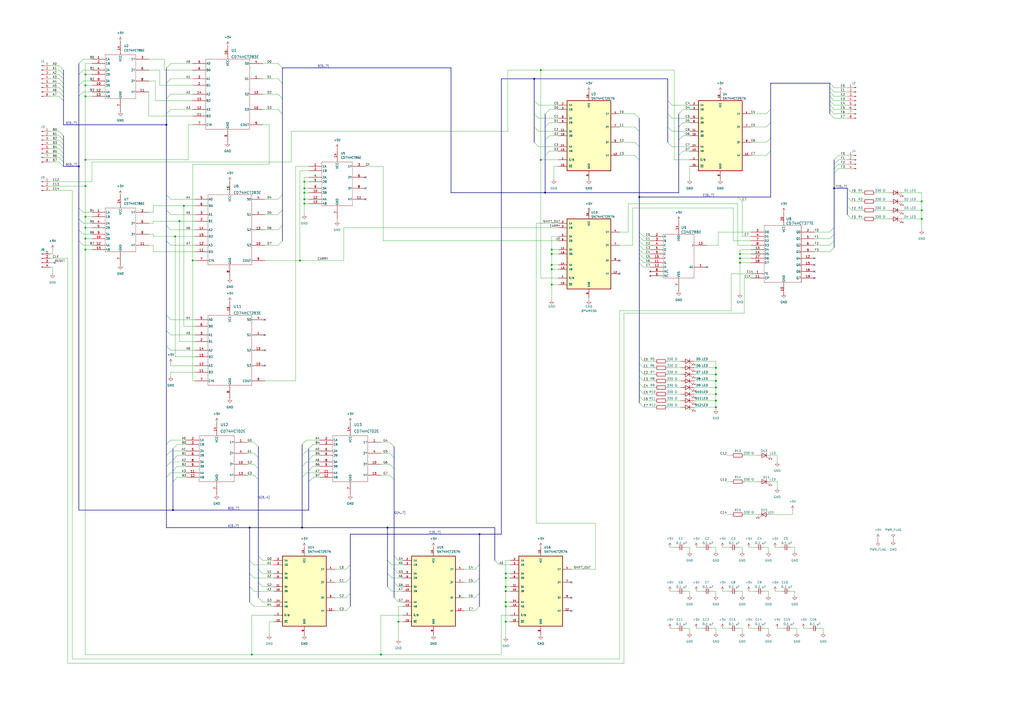
<source format=kicad_sch>
(kicad_sch (version 20211123) (generator eeschema)
  (paper "A2")
  (title_block (title "i281e ALU NOR") (date "2024-05-03") (rev "A") (company "i281e Development Group"))
  (junction (at 224.79 306.07))
  (junction (at 49.53 43.18))
  (junction (at 429.26 147.32))
  (junction (at 320.04 147.32))
  (junction (at 429.26 152.4))
  (junction (at 429.26 149.86))
  (junction (at 320.04 156.21))
  (junction (at 415.29 228.6))
  (junction (at 293.37 349.25))
  (junction (at 316.23 111.76))
  (junction (at 293.37 340.36))
  (junction (at 96.52 72.39))
  (junction (at 49.53 132.08))
  (junction (at 146.05 379.73))
  (junction (at 49.53 55.88))
  (junction (at 293.37 351.79))
  (junction (at 293.37 360.68))
  (junction (at 415.29 220.98))
  (junction (at 176.53 115.57))
  (junction (at 220.98 379.73))
  (junction (at 176.53 111.76))
  (junction (at 320.04 144.78))
  (junction (at 293.37 332.74))
  (junction (at 320.04 165.1))
  (junction (at 49.53 144.78))
  (junction (at 49.53 49.53))
  (junction (at 313.69 92.71))
  (junction (at 415.29 213.36))
  (junction (at 173.99 151.13))
  (junction (at 49.53 138.43))
  (junction (at 534.67 121.92))
  (junction (at 415.29 232.41))
  (junction (at 175.26 306.07))
  (junction (at 176.53 105.41))
  (junction (at 111.76 151.13))
  (junction (at 100.33 295.91))
  (junction (at 415.29 217.17))
  (junction (at 534.67 116.84))
  (junction (at 370.84 114.3))
  (junction (at 49.53 92.71))
  (junction (at 45.72 96.52))
  (junction (at 293.37 335.28))
  (junction (at 231.14 360.68))
  (junction (at 144.78 306.07))
  (junction (at 415.29 236.22))
  (junction (at 313.69 40.64))
  (junction (at 320.04 153.67))
  (junction (at 176.53 118.11))
  (junction (at 309.88 45.72))
  (junction (at 176.53 109.22))
  (junction (at 483.87 109.22))
  (junction (at 293.37 342.9))
  (junction (at 278.13 309.88))
  (junction (at 106.68 119.38))
  (junction (at 101.6 137.16))
  (junction (at 415.29 224.79))
  (junction (at 534.67 127))
  (junction (at 104.14 128.27))
  (junction (at 49.53 125.73))
  (junction (at 49.53 107.95))
  (no_connect (at 359.41 158.75))
  (no_connect (at 331.47 346.71))
  (no_connect (at 331.47 337.82))
  (no_connect (at 212.09 102.87))
  (no_connect (at 31.75 152.4))
  (no_connect (at 472.44 157.48))
  (no_connect (at 153.67 194.31))
  (no_connect (at 472.44 149.86))
  (no_connect (at 153.67 185.42))
  (no_connect (at 472.44 161.29))
  (no_connect (at 153.67 203.2))
  (no_connect (at 153.67 212.09))
  (no_connect (at 472.44 153.67))
  (no_connect (at 331.47 354.33))
  (no_connect (at 212.09 115.57))
  (no_connect (at 410.21 154.94))
  (no_connect (at 359.41 151.13))
  (no_connect (at 212.09 109.22))
  (bus_entry (at 387.35 82.55) (size 2.54 2.54))
  (bus_entry (at 318.77 87.63) (size -2.54 2.54))
  (bus_entry (at 370.84 147.32) (size 2.54 2.54))
  (bus_entry (at 278.13 327.66) (size -2.54 2.54))
  (bus_entry (at 163.83 130.81) (size -2.54 2.54))
  (bus_entry (at 102.87 276.86) (size -2.54 2.54))
  (bus_entry (at 387.35 58.42) (size 2.54 2.54))
  (bus_entry (at 161.29 63.5) (size 2.54 2.54))
  (bus_entry (at 481.33 53.34) (size 2.54 2.54))
  (bus_entry (at 177.8 255.27) (size -2.54 2.54))
  (bus_entry (at 481.33 63.5) (size 2.54 2.54))
  (bus_entry (at 370.84 218.44) (size 2.54 2.54))
  (bus_entry (at 370.84 229.87) (size 2.54 2.54))
  (bus_entry (at 149.86 337.82) (size 2.54 2.54))
  (bus_entry (at 481.33 55.88) (size 2.54 2.54))
  (bus_entry (at 227.33 327.66) (size -2.54 -2.54))
  (bus_entry (at 45.72 127) (size 2.54 2.54))
  (bus_entry (at 370.84 149.86) (size 2.54 2.54))
  (bus_entry (at 144.78 340.36) (size 2.54 2.54))
  (bus_entry (at 34.29 88.9) (size 2.54 2.54))
  (bus_entry (at 203.2 344.17) (size -2.54 2.54))
  (bus_entry (at 45.72 36.83) (size 2.54 -2.54))
  (bus_entry (at 481.33 58.42) (size 2.54 2.54))
  (bus_entry (at 34.29 43.18) (size 2.54 2.54))
  (bus_entry (at 370.84 144.78) (size 2.54 2.54))
  (bus_entry (at 447.04 63.5) (size -2.54 2.54))
  (bus_entry (at 368.3 73.66) (size 2.54 2.54))
  (bus_entry (at 370.84 222.25) (size 2.54 2.54))
  (bus_entry (at 370.84 226.06) (size 2.54 2.54))
  (bus_entry (at 147.32 262.89) (size 2.54 2.54))
  (bus_entry (at 181.61 270.51) (size -2.54 2.54))
  (bus_entry (at 147.32 256.54) (size 2.54 2.54))
  (bus_entry (at 278.13 351.79) (size -2.54 2.54))
  (bus_entry (at 34.29 86.36) (size 2.54 2.54))
  (bus_entry (at 34.29 53.34) (size 2.54 2.54))
  (bus_entry (at 481.33 60.96) (size 2.54 2.54))
  (bus_entry (at 144.78 349.25) (size 2.54 2.54))
  (bus_entry (at 45.72 133.35) (size 2.54 2.54))
  (bus_entry (at 318.77 78.74) (size -2.54 2.54))
  (bus_entry (at 96.52 121.92) (size 2.54 2.54))
  (bus_entry (at 228.6 330.2) (size 2.54 2.54))
  (bus_entry (at 318.77 71.12) (size -2.54 2.54))
  (bus_entry (at 45.72 139.7) (size 2.54 2.54))
  (bus_entry (at 368.3 66.04) (size 2.54 2.54))
  (bus_entry (at 226.06 275.59) (size 2.54 2.54))
  (bus_entry (at 34.29 76.2) (size 2.54 2.54))
  (bus_entry (at 45.72 55.88) (size 2.54 -2.54))
  (bus_entry (at 34.29 81.28) (size 2.54 2.54))
  (bus_entry (at 34.29 55.88) (size 2.54 2.54))
  (bus_entry (at 163.83 121.92) (size -2.54 2.54))
  (bus_entry (at 149.86 330.2) (size 2.54 2.54))
  (bus_entry (at 102.87 257.81) (size -2.54 2.54))
  (bus_entry (at 370.84 152.4) (size 2.54 2.54))
  (bus_entry (at 177.8 274.32) (size -2.54 2.54))
  (bus_entry (at 368.3 90.17) (size 2.54 2.54))
  (bus_entry (at 228.6 346.71) (size 2.54 2.54))
  (bus_entry (at 177.8 261.62) (size -2.54 2.54))
  (bus_entry (at 96.52 130.81) (size 2.54 2.54))
  (bus_entry (at 370.84 233.68) (size 2.54 2.54))
  (bus_entry (at 226.06 262.89) (size 2.54 2.54))
  (bus_entry (at 226.06 269.24) (size 2.54 2.54))
  (bus_entry (at 34.29 78.74) (size 2.54 2.54))
  (bus_entry (at 181.61 276.86) (size -2.54 2.54))
  (bus_entry (at 370.84 139.7) (size 2.54 2.54))
  (bus_entry (at 34.29 48.26) (size 2.54 2.54))
  (bus_entry (at 370.84 210.82) (size 2.54 2.54))
  (bus_entry (at 149.86 346.71) (size 2.54 2.54))
  (bus_entry (at 226.06 256.54) (size 2.54 2.54))
  (bus_entry (at 278.13 344.17) (size -2.54 2.54))
  (bus_entry (at 161.29 36.83) (size 2.54 2.54))
  (bus_entry (at 227.33 335.28) (size -2.54 -2.54))
  (bus_entry (at 387.35 73.66) (size 2.54 2.54))
  (bus_entry (at 227.33 342.9) (size -2.54 -2.54))
  (bus_entry (at 447.04 87.63) (size -2.54 2.54))
  (bus_entry (at 483.87 139.7) (size -2.54 2.54))
  (bus_entry (at 370.84 134.62) (size 2.54 2.54))
  (bus_entry (at 491.49 119.38) (size 2.54 2.54))
  (bus_entry (at 289.56 327.66) (size -2.54 -2.54))
  (bus_entry (at 447.04 71.12) (size -2.54 2.54))
  (bus_entry (at 147.32 275.59) (size 2.54 2.54))
  (bus_entry (at 102.87 270.51) (size -2.54 2.54))
  (bus_entry (at 203.2 327.66) (size -2.54 2.54))
  (bus_entry (at 309.88 73.66) (size 2.54 2.54))
  (bus_entry (at 481.33 50.8) (size 2.54 2.54))
  (bus_entry (at 447.04 80.01) (size -2.54 2.54))
  (bus_entry (at 163.83 139.7) (size -2.54 2.54))
  (bus_entry (at 163.83 113.03) (size -2.54 2.54))
  (bus_entry (at 370.84 214.63) (size 2.54 2.54))
  (bus_entry (at 486.41 95.25) (size -2.54 2.54))
  (bus_entry (at 45.72 49.53) (size 2.54 -2.54))
  (bus_entry (at 147.32 269.24) (size 2.54 2.54))
  (bus_entry (at 181.61 264.16) (size -2.54 2.54))
  (bus_entry (at 483.87 135.89) (size -2.54 2.54))
  (bus_entry (at 318.77 63.5) (size -2.54 2.54))
  (bus_entry (at 34.29 38.1) (size 2.54 2.54))
  (bus_entry (at 486.41 92.71) (size -2.54 2.54))
  (bus_entry (at 99.06 255.27) (size -2.54 2.54))
  (bus_entry (at 396.24 71.12) (size -2.54 2.54))
  (bus_entry (at 34.29 50.8) (size 2.54 2.54))
  (bus_entry (at 309.88 58.42) (size 2.54 2.54))
  (bus_entry (at 161.29 45.72) (size 2.54 2.54))
  (bus_entry (at 370.84 207.01) (size 2.54 2.54))
  (bus_entry (at 102.87 264.16) (size -2.54 2.54))
  (bus_entry (at 370.84 137.16) (size 2.54 2.54))
  (bus_entry (at 309.88 66.04) (size 2.54 2.54))
  (bus_entry (at 481.33 66.04) (size 2.54 2.54))
  (bus_entry (at 483.87 143.51) (size -2.54 2.54))
  (bus_entry (at 144.78 325.12) (size 2.54 2.54))
  (bus_entry (at 34.29 83.82) (size 2.54 2.54))
  (bus_entry (at 483.87 132.08) (size -2.54 2.54))
  (bus_entry (at 368.3 82.55) (size 2.54 2.54))
  (bus_entry (at 387.35 66.04) (size 2.54 2.54))
  (bus_entry (at 96.52 191.77) (size 2.54 2.54))
  (bus_entry (at 427.99 114.3) (size 2.54 2.54))
  (bus_entry (at 96.52 139.7) (size 2.54 2.54))
  (bus_entry (at 486.41 97.79) (size -2.54 2.54))
  (bus_entry (at 99.06 36.83) (size -2.54 2.54))
  (bus_entry (at 228.6 337.82) (size 2.54 2.54))
  (bus_entry (at 96.52 200.66) (size 2.54 2.54))
  (bus_entry (at 396.24 87.63) (size -2.54 2.54))
  (bus_entry (at 34.29 91.44) (size 2.54 2.54))
  (bus_entry (at 161.29 54.61) (size 2.54 2.54))
  (bus_entry (at 491.49 114.3) (size 2.54 2.54))
  (bus_entry (at 99.06 54.61) (size -2.54 2.54))
  (bus_entry (at 45.72 120.65) (size 2.54 2.54))
  (bus_entry (at 34.29 93.98) (size 2.54 2.54))
  (bus_entry (at 396.24 78.74) (size -2.54 2.54))
  (bus_entry (at 96.52 182.88) (size 2.54 2.54))
  (bus_entry (at 203.2 351.79) (size -2.54 2.54))
  (bus_entry (at 99.06 63.5) (size -2.54 2.54))
  (bus_entry (at 491.49 109.22) (size 2.54 2.54))
  (bus_entry (at 177.8 267.97) (size -2.54 2.54))
  (bus_entry (at 481.33 48.26) (size 2.54 2.54))
  (bus_entry (at 99.06 261.62) (size -2.54 2.54))
  (bus_entry (at 396.24 63.5) (size -2.54 2.54))
  (bus_entry (at 278.13 335.28) (size -2.54 2.54))
  (bus_entry (at 149.86 322.58) (size 2.54 2.54))
  (bus_entry (at 34.29 45.72) (size 2.54 2.54))
  (bus_entry (at 228.6 322.58) (size 2.54 2.54))
  (bus_entry (at 181.61 257.81) (size -2.54 2.54))
  (bus_entry (at 99.06 274.32) (size -2.54 2.54))
  (bus_entry (at 309.88 82.55) (size 2.54 2.54))
  (bus_entry (at 491.49 124.46) (size 2.54 2.54))
  (bus_entry (at 96.52 113.03) (size 2.54 2.54))
  (bus_entry (at 99.06 267.97) (size -2.54 2.54))
  (bus_entry (at 486.41 90.17) (size -2.54 2.54))
  (bus_entry (at 34.29 40.64) (size 2.54 2.54))
  (bus_entry (at 203.2 335.28) (size -2.54 2.54))
  (bus_entry (at 99.06 45.72) (size -2.54 2.54))
  (bus_entry (at 144.78 332.74) (size 2.54 2.54))
  (bus_entry (at 370.84 142.24) (size 2.54 2.54))
  (bus_entry (at 45.72 43.18) (size 2.54 -2.54))
  (wire (pts (xy 152.4 72.39) (xy 156.21 72.39)))
  (wire (pts (xy 431.8 264.16) (xy 439.42 264.16)))
  (bus (pts (xy 175.26 257.81) (xy 175.26 264.16)))
  (wire (pts (xy 323.85 96.52) (xy 321.31 96.52)))
  (wire (pts (xy 534.67 116.84) (xy 534.67 121.92)))
  (bus (pts (xy 179.07 273.05) (xy 179.07 279.4)))
  (wire (pts (xy 99.06 63.5) (xy 111.76 63.5)))
  (wire (pts (xy 53.34 93.98) (xy 53.34 105.41)))
  (bus (pts (xy 309.88 45.72) (xy 290.83 45.72)))
  (wire (pts (xy 387.35 236.22) (xy 394.97 236.22)))
  (wire (pts (xy 111.76 49.53) (xy 92.71 49.53)))
  (bus (pts (xy 175.26 276.86) (xy 175.26 306.07)))
  (wire (pts (xy 222.25 139.7) (xy 222.25 96.52)))
  (bus (pts (xy 36.83 72.39) (xy 96.52 72.39)))
  (wire (pts (xy 431.8 298.45) (xy 439.42 298.45)))
  (wire (pts (xy 233.68 325.12) (xy 231.14 325.12)))
  (wire (pts (xy 152.4 325.12) (xy 158.75 325.12)))
  (wire (pts (xy 320.04 156.21) (xy 323.85 156.21)))
  (wire (pts (xy 269.24 346.71) (xy 275.59 346.71)))
  (wire (pts (xy 181.61 257.81) (xy 185.42 257.81)))
  (wire (pts (xy 320.04 153.67) (xy 323.85 153.67)))
  (wire (pts (xy 402.59 228.6) (xy 415.29 228.6)))
  (wire (pts (xy 424.18 158.75) (xy 435.61 158.75)))
  (wire (pts (xy 387.35 232.41) (xy 394.97 232.41)))
  (wire (pts (xy 99.06 124.46) (xy 113.03 124.46)))
  (bus (pts (xy 96.52 257.81) (xy 96.52 264.16)))
  (wire (pts (xy 290.83 356.87) (xy 290.83 379.73)))
  (wire (pts (xy 472.44 146.05) (xy 481.33 146.05)))
  (wire (pts (xy 419.1 364.49) (xy 422.91 364.49)))
  (wire (pts (xy 415.29 220.98) (xy 415.29 224.79)))
  (wire (pts (xy 318.77 71.12) (xy 323.85 71.12)))
  (wire (pts (xy 421.64 279.4) (xy 424.18 279.4)))
  (wire (pts (xy 293.37 335.28) (xy 293.37 340.36)))
  (bus (pts (xy 163.83 130.81) (xy 163.83 139.7)))
  (wire (pts (xy 427.99 118.11) (xy 427.99 142.24)))
  (wire (pts (xy 486.41 97.79) (xy 491.49 97.79)))
  (wire (pts (xy 534.67 111.76) (xy 534.67 116.84)))
  (wire (pts (xy 373.38 139.7) (xy 377.19 139.7)))
  (bus (pts (xy 316.23 66.04) (xy 316.23 73.66)))
  (wire (pts (xy 48.26 142.24) (xy 53.34 142.24)))
  (wire (pts (xy 396.24 87.63) (xy 400.05 87.63)))
  (bus (pts (xy 149.86 337.82) (xy 149.86 346.71)))
  (wire (pts (xy 429.26 149.86) (xy 429.26 152.4)))
  (bus (pts (xy 144.78 332.74) (xy 144.78 340.36)))
  (wire (pts (xy 391.16 92.71) (xy 400.05 92.71)))
  (wire (pts (xy 429.26 147.32) (xy 435.61 147.32)))
  (bus (pts (xy 36.83 83.82) (xy 36.83 86.36)))
  (wire (pts (xy 331.47 330.2) (xy 345.44 330.2)))
  (wire (pts (xy 294.64 40.64) (xy 313.69 40.64)))
  (wire (pts (xy 168.91 93.98) (xy 53.34 93.98)))
  (wire (pts (xy 367.03 142.24) (xy 359.41 142.24)))
  (wire (pts (xy 29.21 55.88) (xy 34.29 55.88)))
  (wire (pts (xy 176.53 109.22) (xy 176.53 111.76)))
  (wire (pts (xy 143.51 275.59) (xy 147.32 275.59)))
  (wire (pts (xy 231.14 360.68) (xy 233.68 360.68)))
  (bus (pts (xy 370.84 149.86) (xy 370.84 152.4)))
  (wire (pts (xy 143.51 269.24) (xy 147.32 269.24)))
  (wire (pts (xy 113.03 207.01) (xy 101.6 207.01)))
  (wire (pts (xy 147.32 327.66) (xy 158.75 327.66)))
  (bus (pts (xy 228.6 330.2) (xy 228.6 322.58)))
  (wire (pts (xy 364.49 134.62) (xy 359.41 134.62)))
  (bus (pts (xy 278.13 309.88) (xy 290.83 309.88)))
  (wire (pts (xy 474.98 364.49) (xy 477.52 364.49)))
  (wire (pts (xy 391.16 40.64) (xy 391.16 92.71)))
  (wire (pts (xy 176.53 118.11) (xy 176.53 124.46)))
  (wire (pts (xy 231.14 351.79) (xy 231.14 360.68)))
  (wire (pts (xy 494.03 116.84) (xy 500.38 116.84)))
  (wire (pts (xy 102.87 264.16) (xy 107.95 264.16)))
  (wire (pts (xy 318.77 63.5) (xy 323.85 63.5)))
  (bus (pts (xy 96.52 306.07) (xy 144.78 306.07)))
  (wire (pts (xy 523.24 127) (xy 534.67 127)))
  (bus (pts (xy 144.78 325.12) (xy 144.78 332.74)))
  (wire (pts (xy 396.24 71.12) (xy 400.05 71.12)))
  (bus (pts (xy 483.87 100.33) (xy 483.87 109.22)))
  (bus (pts (xy 483.87 97.79) (xy 483.87 100.33)))
  (bus (pts (xy 45.72 55.88) (xy 45.72 96.52)))
  (bus (pts (xy 96.52 57.15) (xy 96.52 66.04)))
  (wire (pts (xy 177.8 267.97) (xy 185.42 267.97)))
  (bus (pts (xy 175.26 270.51) (xy 175.26 276.86)))
  (bus (pts (xy 370.84 114.3) (xy 427.99 114.3)))
  (wire (pts (xy 389.89 76.2) (xy 400.05 76.2)))
  (wire (pts (xy 111.76 40.64) (xy 95.25 40.64)))
  (bus (pts (xy 36.83 81.28) (xy 36.83 83.82)))
  (wire (pts (xy 472.44 142.24) (xy 481.33 142.24)))
  (wire (pts (xy 402.59 209.55) (xy 415.29 209.55)))
  (wire (pts (xy 146.05 379.73) (xy 220.98 379.73)))
  (wire (pts (xy 231.14 349.25) (xy 233.68 349.25)))
  (wire (pts (xy 294.64 76.2) (xy 168.91 76.2)))
  (wire (pts (xy 111.76 95.25) (xy 111.76 151.13)))
  (wire (pts (xy 88.9 129.54) (xy 86.36 129.54)))
  (bus (pts (xy 316.23 90.17) (xy 316.23 111.76)))
  (wire (pts (xy 323.85 137.16) (xy 320.04 137.16)))
  (wire (pts (xy 364.49 118.11) (xy 364.49 134.62)))
  (wire (pts (xy 49.53 132.08) (xy 49.53 138.43)))
  (wire (pts (xy 269.24 337.82) (xy 275.59 337.82)))
  (wire (pts (xy 387.35 209.55) (xy 394.97 209.55)))
  (wire (pts (xy 412.75 317.5) (xy 415.29 317.5)))
  (wire (pts (xy 194.31 330.2) (xy 200.66 330.2)))
  (bus (pts (xy 483.87 109.22) (xy 483.87 132.08)))
  (wire (pts (xy 95.25 40.64) (xy 95.25 34.29)))
  (wire (pts (xy 454.66 170.18) (xy 454.66 171.45)))
  (wire (pts (xy 99.06 255.27) (xy 107.95 255.27)))
  (wire (pts (xy 29.21 78.74) (xy 34.29 78.74)))
  (wire (pts (xy 88.9 119.38) (xy 88.9 123.19)))
  (wire (pts (xy 486.41 95.25) (xy 491.49 95.25)))
  (wire (pts (xy 99.06 261.62) (xy 107.95 261.62)))
  (wire (pts (xy 99.06 194.31) (xy 113.03 194.31)))
  (wire (pts (xy 39.37 384.81) (xy 39.37 149.86)))
  (wire (pts (xy 49.53 125.73) (xy 49.53 132.08)))
  (wire (pts (xy 491.49 58.42) (xy 483.87 58.42)))
  (wire (pts (xy 491.49 55.88) (xy 483.87 55.88)))
  (wire (pts (xy 402.59 213.36) (xy 415.29 213.36)))
  (bus (pts (xy 387.35 73.66) (xy 387.35 82.55)))
  (bus (pts (xy 163.83 121.92) (xy 163.83 130.81)))
  (bus (pts (xy 224.79 306.07) (xy 224.79 325.12)))
  (wire (pts (xy 419.1 317.5) (xy 422.91 317.5)))
  (wire (pts (xy 373.38 142.24) (xy 377.19 142.24)))
  (bus (pts (xy 224.79 332.74) (xy 224.79 340.36)))
  (wire (pts (xy 152.4 54.61) (xy 161.29 54.61)))
  (bus (pts (xy 290.83 45.72) (xy 290.83 309.88)))
  (wire (pts (xy 415.29 217.17) (xy 415.29 220.98)))
  (wire (pts (xy 430.53 364.49) (xy 430.53 367.03)))
  (wire (pts (xy 176.53 118.11) (xy 179.07 118.11)))
  (wire (pts (xy 361.95 384.81) (xy 39.37 384.81)))
  (wire (pts (xy 104.14 128.27) (xy 113.03 128.27)))
  (wire (pts (xy 421.64 298.45) (xy 424.18 298.45)))
  (wire (pts (xy 361.95 181.61) (xy 361.95 384.81)))
  (wire (pts (xy 29.21 154.94) (xy 30.48 154.94)))
  (wire (pts (xy 231.14 351.79) (xy 233.68 351.79)))
  (wire (pts (xy 49.53 49.53) (xy 53.34 49.53)))
  (bus (pts (xy 36.83 43.18) (xy 36.83 45.72)))
  (bus (pts (xy 387.35 58.42) (xy 387.35 66.04)))
  (bus (pts (xy 163.83 66.04) (xy 163.83 113.03)))
  (wire (pts (xy 359.41 180.34) (xy 359.41 382.27)))
  (wire (pts (xy 29.21 149.86) (xy 39.37 149.86)))
  (wire (pts (xy 424.18 158.75) (xy 424.18 180.34)))
  (bus (pts (xy 149.86 322.58) (xy 149.86 330.2)))
  (bus (pts (xy 96.52 48.26) (xy 96.52 57.15)))
  (wire (pts (xy 313.69 40.64) (xy 313.69 92.71)))
  (wire (pts (xy 106.68 119.38) (xy 88.9 119.38)))
  (wire (pts (xy 295.91 360.68) (xy 293.37 360.68)))
  (bus (pts (xy 45.72 127) (xy 45.72 133.35)))
  (wire (pts (xy 293.37 349.25) (xy 293.37 351.79)))
  (wire (pts (xy 320.04 144.78) (xy 323.85 144.78)))
  (bus (pts (xy 370.84 137.16) (xy 370.84 139.7)))
  (wire (pts (xy 102.87 257.81) (xy 107.95 257.81)))
  (bus (pts (xy 309.88 66.04) (xy 309.88 73.66)))
  (wire (pts (xy 49.53 55.88) (xy 53.34 55.88)))
  (wire (pts (xy 181.61 270.51) (xy 185.42 270.51)))
  (wire (pts (xy 113.03 198.12) (xy 104.14 198.12)))
  (bus (pts (xy 45.72 295.91) (xy 100.33 295.91)))
  (wire (pts (xy 181.61 276.86) (xy 185.42 276.86)))
  (wire (pts (xy 101.6 137.16) (xy 113.03 137.16)))
  (bus (pts (xy 370.84 147.32) (xy 370.84 149.86)))
  (wire (pts (xy 111.76 95.25) (xy 156.21 95.25)))
  (bus (pts (xy 163.83 113.03) (xy 163.83 121.92)))
  (wire (pts (xy 313.69 40.64) (xy 391.16 40.64)))
  (bus (pts (xy 309.88 73.66) (xy 309.88 82.55)))
  (wire (pts (xy 49.53 107.95) (xy 49.53 125.73)))
  (bus (pts (xy 163.83 48.26) (xy 163.83 57.15)))
  (bus (pts (xy 179.07 260.35) (xy 179.07 266.7)))
  (bus (pts (xy 45.72 133.35) (xy 45.72 139.7)))
  (wire (pts (xy 435.61 82.55) (xy 444.5 82.55)))
  (wire (pts (xy 445.77 317.5) (xy 445.77 320.04)))
  (bus (pts (xy 278.13 351.79) (xy 278.13 344.17)))
  (bus (pts (xy 370.84 152.4) (xy 370.84 207.01)))
  (wire (pts (xy 48.26 46.99) (xy 53.34 46.99)))
  (wire (pts (xy 99.06 54.61) (xy 111.76 54.61)))
  (wire (pts (xy 472.44 134.62) (xy 481.33 134.62)))
  (bus (pts (xy 144.78 306.07) (xy 175.26 306.07)))
  (wire (pts (xy 434.34 364.49) (xy 438.15 364.49)))
  (wire (pts (xy 153.67 124.46) (xy 161.29 124.46)))
  (bus (pts (xy 203.2 335.28) (xy 203.2 327.66)))
  (wire (pts (xy 104.14 198.12) (xy 104.14 128.27)))
  (wire (pts (xy 220.98 356.87) (xy 220.98 379.73)))
  (wire (pts (xy 431.8 161.29) (xy 431.8 181.61)))
  (bus (pts (xy 261.62 111.76) (xy 316.23 111.76)))
  (wire (pts (xy 416.56 134.62) (xy 435.61 134.62)))
  (bus (pts (xy 149.86 330.2) (xy 149.86 337.82)))
  (bus (pts (xy 483.87 95.25) (xy 483.87 97.79)))
  (wire (pts (xy 29.21 86.36) (xy 34.29 86.36)))
  (wire (pts (xy 397.51 317.5) (xy 400.05 317.5)))
  (wire (pts (xy 508 127) (xy 515.62 127)))
  (bus (pts (xy 387.35 66.04) (xy 387.35 73.66)))
  (wire (pts (xy 425.45 139.7) (xy 435.61 139.7)))
  (bus (pts (xy 179.07 266.7) (xy 179.07 273.05)))
  (wire (pts (xy 373.38 228.6) (xy 379.73 228.6)))
  (wire (pts (xy 415.29 228.6) (xy 415.29 232.41)))
  (wire (pts (xy 92.71 40.64) (xy 86.36 40.64)))
  (wire (pts (xy 106.68 119.38) (xy 106.68 189.23)))
  (wire (pts (xy 373.38 149.86) (xy 377.19 149.86)))
  (bus (pts (xy 45.72 43.18) (xy 45.72 49.53)))
  (wire (pts (xy 359.41 66.04) (xy 368.3 66.04)))
  (wire (pts (xy 410.21 142.24) (xy 416.56 142.24)))
  (wire (pts (xy 29.21 53.34) (xy 34.29 53.34)))
  (wire (pts (xy 153.67 220.98) (xy 171.45 220.98)))
  (bus (pts (xy 481.33 63.5) (xy 481.33 66.04)))
  (bus (pts (xy 481.33 50.8) (xy 481.33 53.34)))
  (wire (pts (xy 400.05 96.52) (xy 400.05 104.14)))
  (wire (pts (xy 86.36 135.89) (xy 88.9 135.89)))
  (bus (pts (xy 36.83 40.64) (xy 36.83 43.18)))
  (wire (pts (xy 458.47 317.5) (xy 461.01 317.5)))
  (wire (pts (xy 199.39 132.08) (xy 199.39 151.13)))
  (wire (pts (xy 158.75 360.68) (xy 156.21 360.68)))
  (wire (pts (xy 177.8 261.62) (xy 185.42 261.62)))
  (wire (pts (xy 49.53 92.71) (xy 49.53 55.88)))
  (bus (pts (xy 316.23 73.66) (xy 316.23 81.28)))
  (wire (pts (xy 397.51 342.9) (xy 400.05 342.9)))
  (bus (pts (xy 179.07 279.4) (xy 179.07 295.91)))
  (wire (pts (xy 113.03 119.38) (xy 106.68 119.38)))
  (wire (pts (xy 431.8 279.4) (xy 439.42 279.4)))
  (wire (pts (xy 156.21 72.39) (xy 156.21 95.25)))
  (wire (pts (xy 113.03 189.23) (xy 106.68 189.23)))
  (bus (pts (xy 36.83 86.36) (xy 36.83 88.9)))
  (bus (pts (xy 96.52 66.04) (xy 96.52 72.39)))
  (wire (pts (xy 227.33 327.66) (xy 233.68 327.66)))
  (bus (pts (xy 278.13 335.28) (xy 278.13 327.66)))
  (wire (pts (xy 179.07 102.87) (xy 176.53 102.87)))
  (bus (pts (xy 96.52 139.7) (xy 96.52 182.88)))
  (wire (pts (xy 173.99 99.06) (xy 179.07 99.06)))
  (bus (pts (xy 36.83 78.74) (xy 36.83 81.28)))
  (wire (pts (xy 177.8 274.32) (xy 185.42 274.32)))
  (wire (pts (xy 29.21 105.41) (xy 53.34 105.41)))
  (bus (pts (xy 278.13 309.88) (xy 278.13 327.66)))
  (wire (pts (xy 269.24 354.33) (xy 275.59 354.33)))
  (wire (pts (xy 373.38 213.36) (xy 379.73 213.36)))
  (bus (pts (xy 96.52 264.16) (xy 96.52 270.51)))
  (wire (pts (xy 491.49 53.34) (xy 483.87 53.34)))
  (wire (pts (xy 429.26 147.32) (xy 429.26 149.86)))
  (wire (pts (xy 88.9 128.27) (xy 88.9 129.54)))
  (wire (pts (xy 388.62 364.49) (xy 392.43 364.49)))
  (wire (pts (xy 486.41 92.71) (xy 491.49 92.71)))
  (bus (pts (xy 203.2 327.66) (xy 203.2 309.88)))
  (wire (pts (xy 168.91 76.2) (xy 168.91 93.98)))
  (bus (pts (xy 483.87 132.08) (xy 483.87 135.89)))
  (wire (pts (xy 49.53 144.78) (xy 53.34 144.78)))
  (wire (pts (xy 429.26 152.4) (xy 435.61 152.4)))
  (wire (pts (xy 425.45 120.65) (xy 425.45 139.7)))
  (wire (pts (xy 430.53 317.5) (xy 430.53 320.04)))
  (wire (pts (xy 450.85 364.49) (xy 454.66 364.49)))
  (bus (pts (xy 203.2 351.79) (xy 203.2 344.17)))
  (wire (pts (xy 295.91 325.12) (xy 293.37 325.12)))
  (wire (pts (xy 387.35 224.79) (xy 394.97 224.79)))
  (wire (pts (xy 92.71 49.53) (xy 92.71 40.64)))
  (wire (pts (xy 49.53 132.08) (xy 53.34 132.08)))
  (wire (pts (xy 49.53 138.43) (xy 53.34 138.43)))
  (bus (pts (xy 100.33 295.91) (xy 179.07 295.91)))
  (wire (pts (xy 29.21 76.2) (xy 34.29 76.2)))
  (wire (pts (xy 312.42 60.96) (xy 323.85 60.96)))
  (bus (pts (xy 175.26 264.16) (xy 175.26 270.51)))
  (bus (pts (xy 149.86 278.13) (xy 149.86 322.58)))
  (wire (pts (xy 373.38 209.55) (xy 379.73 209.55)))
  (wire (pts (xy 419.1 342.9) (xy 422.91 342.9)))
  (wire (pts (xy 30.48 147.32) (xy 30.48 144.78)))
  (wire (pts (xy 293.37 351.79) (xy 293.37 360.68)))
  (bus (pts (xy 96.52 276.86) (xy 96.52 306.07)))
  (wire (pts (xy 293.37 342.9) (xy 295.91 342.9)))
  (wire (pts (xy 99.06 215.9) (xy 99.06 218.44)))
  (bus (pts (xy 309.88 45.72) (xy 387.35 45.72)))
  (wire (pts (xy 153.67 115.57) (xy 161.29 115.57)))
  (wire (pts (xy 430.53 342.9) (xy 430.53 345.44)))
  (wire (pts (xy 102.87 270.51) (xy 107.95 270.51)))
  (wire (pts (xy 389.89 85.09) (xy 400.05 85.09)))
  (bus (pts (xy 316.23 111.76) (xy 393.7 111.76)))
  (wire (pts (xy 320.04 147.32) (xy 323.85 147.32)))
  (wire (pts (xy 523.24 121.92) (xy 534.67 121.92)))
  (wire (pts (xy 313.69 92.71) (xy 313.69 161.29)))
  (wire (pts (xy 313.69 92.71) (xy 323.85 92.71)))
  (wire (pts (xy 99.06 45.72) (xy 111.76 45.72)))
  (wire (pts (xy 443.23 364.49) (xy 445.77 364.49)))
  (bus (pts (xy 45.72 49.53) (xy 45.72 55.88)))
  (wire (pts (xy 523.24 111.76) (xy 534.67 111.76)))
  (bus (pts (xy 163.83 57.15) (xy 163.83 66.04)))
  (wire (pts (xy 181.61 264.16) (xy 185.42 264.16)))
  (wire (pts (xy 293.37 340.36) (xy 295.91 340.36)))
  (bus (pts (xy 175.26 306.07) (xy 224.79 306.07)))
  (wire (pts (xy 341.63 121.92) (xy 341.63 123.19)))
  (wire (pts (xy 99.06 267.97) (xy 107.95 267.97)))
  (wire (pts (xy 177.8 255.27) (xy 185.42 255.27)))
  (wire (pts (xy 231.14 340.36) (xy 233.68 340.36)))
  (wire (pts (xy 109.22 72.39) (xy 111.76 72.39)))
  (wire (pts (xy 389.89 68.58) (xy 400.05 68.58)))
  (wire (pts (xy 313.69 161.29) (xy 323.85 161.29)))
  (wire (pts (xy 466.09 364.49) (xy 469.9 364.49)))
  (wire (pts (xy 445.77 364.49) (xy 445.77 367.03)))
  (bus (pts (xy 278.13 344.17) (xy 278.13 335.28)))
  (wire (pts (xy 443.23 317.5) (xy 445.77 317.5)))
  (wire (pts (xy 173.99 151.13) (xy 199.39 151.13)))
  (wire (pts (xy 173.99 99.06) (xy 173.99 151.13)))
  (wire (pts (xy 231.14 360.68) (xy 231.14 370.84)))
  (bus (pts (xy 370.84 218.44) (xy 370.84 222.25)))
  (wire (pts (xy 152.4 36.83) (xy 161.29 36.83)))
  (wire (pts (xy 30.48 154.94) (xy 30.48 158.75)))
  (wire (pts (xy 293.37 351.79) (xy 295.91 351.79)))
  (bus (pts (xy 370.84 222.25) (xy 370.84 226.06)))
  (wire (pts (xy 111.76 67.31) (xy 86.36 67.31)))
  (bus (pts (xy 370.84 144.78) (xy 370.84 147.32)))
  (wire (pts (xy 153.67 151.13) (xy 173.99 151.13)))
  (wire (pts (xy 220.98 262.89) (xy 226.06 262.89)))
  (wire (pts (xy 48.26 53.34) (xy 53.34 53.34)))
  (bus (pts (xy 100.33 273.05) (xy 100.33 279.4)))
  (wire (pts (xy 431.8 181.61) (xy 361.95 181.61)))
  (wire (pts (xy 427.99 317.5) (xy 430.53 317.5)))
  (wire (pts (xy 194.31 354.33) (xy 200.66 354.33)))
  (wire (pts (xy 48.26 34.29) (xy 53.34 34.29)))
  (wire (pts (xy 179.07 96.52) (xy 171.45 96.52)))
  (wire (pts (xy 320.04 165.1) (xy 320.04 173.99)))
  (wire (pts (xy 212.09 96.52) (xy 222.25 96.52)))
  (bus (pts (xy 483.87 135.89) (xy 483.87 139.7)))
  (bus (pts (xy 483.87 92.71) (xy 483.87 95.25)))
  (bus (pts (xy 370.84 210.82) (xy 370.84 214.63)))
  (wire (pts (xy 318.77 78.74) (xy 323.85 78.74)))
  (wire (pts (xy 445.77 342.9) (xy 445.77 345.44)))
  (wire (pts (xy 111.76 151.13) (xy 111.76 220.98)))
  (wire (pts (xy 462.28 364.49) (xy 462.28 367.03)))
  (bus (pts (xy 36.83 53.34) (xy 36.83 55.88)))
  (wire (pts (xy 373.38 152.4) (xy 377.19 152.4)))
  (wire (pts (xy 194.31 337.82) (xy 200.66 337.82)))
  (wire (pts (xy 29.21 147.32) (xy 30.48 147.32)))
  (bus (pts (xy 491.49 114.3) (xy 491.49 119.38)))
  (wire (pts (xy 415.29 209.55) (xy 415.29 213.36)))
  (wire (pts (xy 31.75 152.4) (xy 29.21 152.4)))
  (bus (pts (xy 447.04 63.5) (xy 447.04 71.12)))
  (wire (pts (xy 387.35 213.36) (xy 394.97 213.36)))
  (wire (pts (xy 29.21 50.8) (xy 34.29 50.8)))
  (wire (pts (xy 311.15 129.54) (xy 323.85 129.54)))
  (bus (pts (xy 370.84 134.62) (xy 370.84 137.16)))
  (wire (pts (xy 320.04 165.1) (xy 323.85 165.1)))
  (wire (pts (xy 88.9 146.05) (xy 88.9 142.24)))
  (wire (pts (xy 415.29 364.49) (xy 415.29 367.03)))
  (wire (pts (xy 373.38 154.94) (xy 377.19 154.94)))
  (wire (pts (xy 220.98 356.87) (xy 233.68 356.87)))
  (bus (pts (xy 370.84 139.7) (xy 370.84 142.24)))
  (bus (pts (xy 45.72 139.7) (xy 45.72 295.91)))
  (wire (pts (xy 373.38 224.79) (xy 379.73 224.79)))
  (bus (pts (xy 481.33 60.96) (xy 481.33 63.5)))
  (wire (pts (xy 427.99 364.49) (xy 430.53 364.49)))
  (wire (pts (xy 147.32 335.28) (xy 158.75 335.28)))
  (wire (pts (xy 109.22 72.39) (xy 109.22 92.71)))
  (wire (pts (xy 412.75 342.9) (xy 415.29 342.9)))
  (wire (pts (xy 290.83 356.87) (xy 295.91 356.87)))
  (wire (pts (xy 29.21 88.9) (xy 34.29 88.9)))
  (wire (pts (xy 29.21 43.18) (xy 34.29 43.18)))
  (wire (pts (xy 397.51 364.49) (xy 400.05 364.49)))
  (wire (pts (xy 86.36 46.99) (xy 90.17 46.99)))
  (wire (pts (xy 143.51 262.89) (xy 147.32 262.89)))
  (wire (pts (xy 387.35 220.98) (xy 394.97 220.98)))
  (bus (pts (xy 228.6 278.13) (xy 228.6 322.58)))
  (wire (pts (xy 49.53 125.73) (xy 53.34 125.73)))
  (bus (pts (xy 149.86 265.43) (xy 149.86 271.78)))
  (wire (pts (xy 293.37 360.68) (xy 293.37 369.57)))
  (bus (pts (xy 45.72 36.83) (xy 45.72 43.18)))
  (bus (pts (xy 370.84 85.09) (xy 370.84 92.71)))
  (wire (pts (xy 415.29 236.22) (xy 415.29 237.49)))
  (bus (pts (xy 96.52 121.92) (xy 96.52 130.81)))
  (wire (pts (xy 320.04 153.67) (xy 320.04 156.21)))
  (wire (pts (xy 49.53 92.71) (xy 109.22 92.71)))
  (wire (pts (xy 450.85 279.4) (xy 450.85 283.21)))
  (wire (pts (xy 111.76 220.98) (xy 113.03 220.98)))
  (wire (pts (xy 90.17 46.99) (xy 90.17 58.42)))
  (wire (pts (xy 387.35 228.6) (xy 394.97 228.6)))
  (wire (pts (xy 220.98 275.59) (xy 226.06 275.59)))
  (wire (pts (xy 113.03 215.9) (xy 99.06 215.9)))
  (wire (pts (xy 99.06 142.24) (xy 113.03 142.24)))
  (wire (pts (xy 222.25 139.7) (xy 323.85 139.7)))
  (wire (pts (xy 412.75 364.49) (xy 415.29 364.49)))
  (wire (pts (xy 49.53 107.95) (xy 49.53 92.71)))
  (wire (pts (xy 435.61 73.66) (xy 444.5 73.66)))
  (wire (pts (xy 29.21 93.98) (xy 34.29 93.98)))
  (wire (pts (xy 508 111.76) (xy 515.62 111.76)))
  (wire (pts (xy 403.86 364.49) (xy 407.67 364.49)))
  (bus (pts (xy 36.83 96.52) (xy 45.72 96.52)))
  (bus (pts (xy 316.23 81.28) (xy 316.23 90.17)))
  (wire (pts (xy 373.38 137.16) (xy 377.19 137.16)))
  (wire (pts (xy 364.49 118.11) (xy 427.99 118.11)))
  (bus (pts (xy 393.7 66.04) (xy 393.7 73.66)))
  (wire (pts (xy 29.21 45.72) (xy 34.29 45.72)))
  (wire (pts (xy 99.06 210.82) (xy 99.06 212.09)))
  (wire (pts (xy 312.42 85.09) (xy 323.85 85.09)))
  (wire (pts (xy 269.24 330.2) (xy 275.59 330.2)))
  (wire (pts (xy 508 116.84) (xy 515.62 116.84)))
  (wire (pts (xy 427.99 142.24) (xy 435.61 142.24)))
  (bus (pts (xy 309.88 58.42) (xy 309.88 66.04)))
  (bus (pts (xy 45.72 96.52) (xy 45.72 120.65)))
  (bus (pts (xy 481.33 58.42) (xy 481.33 60.96)))
  (wire (pts (xy 111.76 58.42) (xy 90.17 58.42)))
  (wire (pts (xy 429.26 144.78) (xy 429.26 147.32)))
  (wire (pts (xy 491.49 50.8) (xy 483.87 50.8)))
  (wire (pts (xy 49.53 138.43) (xy 49.53 144.78)))
  (wire (pts (xy 293.37 332.74) (xy 293.37 335.28)))
  (wire (pts (xy 102.87 276.86) (xy 107.95 276.86)))
  (wire (pts (xy 146.05 356.87) (xy 158.75 356.87)))
  (wire (pts (xy 99.06 115.57) (xy 113.03 115.57)))
  (wire (pts (xy 220.98 269.24) (xy 226.06 269.24)))
  (bus (pts (xy 36.83 55.88) (xy 36.83 58.42)))
  (wire (pts (xy 415.29 342.9) (xy 415.29 345.44)))
  (wire (pts (xy 176.53 105.41) (xy 179.07 105.41)))
  (wire (pts (xy 402.59 236.22) (xy 415.29 236.22)))
  (bus (pts (xy 36.83 93.98) (xy 36.83 96.52)))
  (wire (pts (xy 320.04 137.16) (xy 320.04 144.78)))
  (wire (pts (xy 111.76 151.13) (xy 113.03 151.13)))
  (wire (pts (xy 41.91 382.27) (xy 41.91 110.49)))
  (bus (pts (xy 36.83 88.9) (xy 36.83 91.44)))
  (bus (pts (xy 491.49 109.22) (xy 491.49 114.3)))
  (bus (pts (xy 393.7 73.66) (xy 393.7 81.28)))
  (wire (pts (xy 523.24 116.84) (xy 534.67 116.84)))
  (wire (pts (xy 491.49 68.58) (xy 483.87 68.58)))
  (wire (pts (xy 176.53 111.76) (xy 176.53 115.57)))
  (wire (pts (xy 153.67 133.35) (xy 161.29 133.35)))
  (wire (pts (xy 101.6 137.16) (xy 88.9 137.16)))
  (bus (pts (xy 483.87 139.7) (xy 483.87 143.51)))
  (bus (pts (xy 36.83 58.42) (xy 36.83 72.39)))
  (wire (pts (xy 220.98 379.73) (xy 290.83 379.73)))
  (wire (pts (xy 156.21 360.68) (xy 156.21 368.3)))
  (bus (pts (xy 370.84 214.63) (xy 370.84 218.44)))
  (wire (pts (xy 29.21 110.49) (xy 41.91 110.49)))
  (bus (pts (xy 228.6 337.82) (xy 228.6 330.2)))
  (bus (pts (xy 100.33 279.4) (xy 100.33 295.91)))
  (wire (pts (xy 294.64 40.64) (xy 294.64 76.2)))
  (wire (pts (xy 345.44 330.2) (xy 345.44 303.53)))
  (bus (pts (xy 370.84 207.01) (xy 370.84 210.82)))
  (wire (pts (xy 29.21 48.26) (xy 34.29 48.26)))
  (wire (pts (xy 86.36 53.34) (xy 86.36 67.31)))
  (bus (pts (xy 261.62 39.37) (xy 261.62 111.76)))
  (wire (pts (xy 146.05 356.87) (xy 146.05 379.73)))
  (wire (pts (xy 359.41 382.27) (xy 41.91 382.27)))
  (bus (pts (xy 228.6 265.43) (xy 228.6 271.78)))
  (wire (pts (xy 194.31 346.71) (xy 200.66 346.71)))
  (wire (pts (xy 447.04 264.16) (xy 450.85 264.16)))
  (bus (pts (xy 447.04 48.26) (xy 481.33 48.26)))
  (wire (pts (xy 430.53 116.84) (xy 430.53 137.16)))
  (wire (pts (xy 152.4 63.5) (xy 161.29 63.5)))
  (bus (pts (xy 481.33 48.26) (xy 481.33 50.8)))
  (wire (pts (xy 293.37 349.25) (xy 295.91 349.25)))
  (wire (pts (xy 434.34 317.5) (xy 438.15 317.5)))
  (bus (pts (xy 447.04 87.63) (xy 447.04 114.3)))
  (wire (pts (xy 99.06 133.35) (xy 113.03 133.35)))
  (wire (pts (xy 293.37 340.36) (xy 293.37 342.9)))
  (wire (pts (xy 176.53 105.41) (xy 176.53 109.22)))
  (wire (pts (xy 49.53 379.73) (xy 146.05 379.73)))
  (wire (pts (xy 48.26 135.89) (xy 53.34 135.89)))
  (wire (pts (xy 402.59 232.41) (xy 415.29 232.41)))
  (wire (pts (xy 427.99 342.9) (xy 430.53 342.9)))
  (wire (pts (xy 389.89 60.96) (xy 400.05 60.96)))
  (bus (pts (xy 96.52 130.81) (xy 96.52 139.7)))
  (wire (pts (xy 195.58 127) (xy 195.58 128.27)))
  (wire (pts (xy 472.44 138.43) (xy 481.33 138.43)))
  (wire (pts (xy 48.26 129.54) (xy 53.34 129.54)))
  (wire (pts (xy 104.14 128.27) (xy 88.9 128.27)))
  (wire (pts (xy 147.32 342.9) (xy 158.75 342.9)))
  (bus (pts (xy 483.87 109.22) (xy 491.49 109.22)))
  (bus (pts (xy 96.52 182.88) (xy 96.52 191.77)))
  (wire (pts (xy 49.53 43.18) (xy 49.53 36.83)))
  (wire (pts (xy 113.03 146.05) (xy 88.9 146.05)))
  (wire (pts (xy 227.33 335.28) (xy 233.68 335.28)))
  (wire (pts (xy 435.61 90.17) (xy 444.5 90.17)))
  (wire (pts (xy 373.38 217.17) (xy 379.73 217.17)))
  (wire (pts (xy 400.05 342.9) (xy 400.05 345.44)))
  (bus (pts (xy 36.83 48.26) (xy 36.83 50.8)))
  (wire (pts (xy 491.49 60.96) (xy 483.87 60.96)))
  (wire (pts (xy 508 121.92) (xy 515.62 121.92)))
  (wire (pts (xy 341.63 172.72) (xy 341.63 173.99)))
  (wire (pts (xy 396.24 63.5) (xy 400.05 63.5)))
  (bus (pts (xy 393.7 90.17) (xy 393.7 111.76)))
  (wire (pts (xy 373.38 232.41) (xy 379.73 232.41)))
  (wire (pts (xy 534.67 127) (xy 534.67 133.35)))
  (bus (pts (xy 447.04 48.26) (xy 447.04 63.5)))
  (wire (pts (xy 402.59 220.98) (xy 415.29 220.98)))
  (bus (pts (xy 481.33 55.88) (xy 481.33 58.42)))
  (bus (pts (xy 36.83 45.72) (xy 36.83 48.26)))
  (bus (pts (xy 370.84 114.3) (xy 370.84 134.62)))
  (bus (pts (xy 45.72 120.65) (xy 45.72 127)))
  (wire (pts (xy 430.53 137.16) (xy 435.61 137.16)))
  (bus (pts (xy 370.84 142.24) (xy 370.84 144.78)))
  (wire (pts (xy 152.4 340.36) (xy 158.75 340.36)))
  (bus (pts (xy 447.04 80.01) (xy 447.04 87.63)))
  (wire (pts (xy 402.59 224.79) (xy 415.29 224.79)))
  (bus (pts (xy 387.35 45.72) (xy 387.35 58.42)))
  (wire (pts (xy 289.56 327.66) (xy 295.91 327.66)))
  (wire (pts (xy 435.61 66.04) (xy 444.5 66.04)))
  (bus (pts (xy 481.33 53.34) (xy 481.33 55.88)))
  (wire (pts (xy 101.6 137.16) (xy 101.6 207.01)))
  (wire (pts (xy 99.06 203.2) (xy 113.03 203.2)))
  (bus (pts (xy 96.52 39.37) (xy 96.52 48.26)))
  (wire (pts (xy 176.53 111.76) (xy 179.07 111.76)))
  (wire (pts (xy 152.4 45.72) (xy 161.29 45.72)))
  (wire (pts (xy 367.03 120.65) (xy 425.45 120.65)))
  (bus (pts (xy 36.83 50.8) (xy 36.83 53.34)))
  (wire (pts (xy 176.53 115.57) (xy 179.07 115.57)))
  (wire (pts (xy 293.37 325.12) (xy 293.37 332.74)))
  (wire (pts (xy 388.62 317.5) (xy 392.43 317.5)))
  (wire (pts (xy 29.21 81.28) (xy 34.29 81.28)))
  (wire (pts (xy 176.53 109.22) (xy 179.07 109.22)))
  (bus (pts (xy 447.04 71.12) (xy 447.04 80.01)))
  (wire (pts (xy 509.27 312.42) (xy 509.27 313.69)))
  (wire (pts (xy 88.9 123.19) (xy 86.36 123.19)))
  (wire (pts (xy 491.49 66.04) (xy 483.87 66.04)))
  (wire (pts (xy 458.47 342.9) (xy 461.01 342.9)))
  (wire (pts (xy 29.21 83.82) (xy 34.29 83.82)))
  (bus (pts (xy 203.2 309.88) (xy 278.13 309.88)))
  (wire (pts (xy 534.67 121.92) (xy 534.67 127)))
  (wire (pts (xy 99.06 274.32) (xy 107.95 274.32)))
  (wire (pts (xy 367.03 120.65) (xy 367.03 142.24)))
  (wire (pts (xy 491.49 63.5) (xy 483.87 63.5)))
  (bus (pts (xy 144.78 340.36) (xy 144.78 349.25)))
  (wire (pts (xy 171.45 96.52) (xy 171.45 220.98)))
  (wire (pts (xy 147.32 351.79) (xy 158.75 351.79)))
  (wire (pts (xy 48.26 123.19) (xy 53.34 123.19)))
  (wire (pts (xy 176.53 102.87) (xy 176.53 105.41)))
  (wire (pts (xy 95.25 34.29) (xy 86.36 34.29)))
  (bus (pts (xy 370.84 76.2) (xy 370.84 85.09)))
  (wire (pts (xy 435.61 144.78) (xy 429.26 144.78)))
  (wire (pts (xy 293.37 342.9) (xy 293.37 349.25)))
  (wire (pts (xy 29.21 107.95) (xy 49.53 107.95)))
  (bus (pts (xy 96.52 200.66) (xy 96.52 257.81)))
  (wire (pts (xy 459.74 364.49) (xy 462.28 364.49)))
  (wire (pts (xy 29.21 91.44) (xy 34.29 91.44)))
  (wire (pts (xy 29.21 40.64) (xy 34.29 40.64)))
  (wire (pts (xy 400.05 317.5) (xy 400.05 320.04)))
  (wire (pts (xy 359.41 82.55) (xy 368.3 82.55)))
  (wire (pts (xy 373.38 144.78) (xy 377.19 144.78)))
  (wire (pts (xy 494.03 111.76) (xy 500.38 111.76)))
  (wire (pts (xy 429.26 152.4) (xy 429.26 170.18)))
  (bus (pts (xy 100.33 266.7) (xy 100.33 273.05)))
  (wire (pts (xy 415.29 232.41) (xy 415.29 236.22)))
  (wire (pts (xy 449.58 342.9) (xy 453.39 342.9)))
  (wire (pts (xy 449.58 317.5) (xy 453.39 317.5)))
  (bus (pts (xy 96.52 270.51) (xy 96.52 276.86)))
  (wire (pts (xy 359.41 90.17) (xy 368.3 90.17)))
  (wire (pts (xy 447.04 298.45) (xy 459.74 298.45)))
  (bus (pts (xy 149.86 271.78) (xy 149.86 278.13)))
  (bus (pts (xy 370.84 229.87) (xy 370.84 233.68)))
  (wire (pts (xy 435.61 161.29) (xy 431.8 161.29)))
  (wire (pts (xy 311.15 303.53) (xy 311.15 129.54)))
  (wire (pts (xy 429.26 149.86) (xy 435.61 149.86)))
  (bus (pts (xy 96.52 72.39) (xy 96.52 113.03)))
  (wire (pts (xy 227.33 342.9) (xy 233.68 342.9)))
  (bus (pts (xy 203.2 344.17) (xy 203.2 335.28)))
  (wire (pts (xy 143.51 256.54) (xy 147.32 256.54)))
  (wire (pts (xy 403.86 317.5) (xy 407.67 317.5)))
  (wire (pts (xy 88.9 137.16) (xy 88.9 135.89)))
  (bus (pts (xy 309.88 45.72) (xy 309.88 58.42)))
  (bus (pts (xy 96.52 113.03) (xy 96.52 121.92)))
  (wire (pts (xy 152.4 349.25) (xy 158.75 349.25)))
  (wire (pts (xy 99.06 185.42) (xy 113.03 185.42)))
  (wire (pts (xy 321.31 96.52) (xy 321.31 104.14)))
  (wire (pts (xy 99.06 36.83) (xy 111.76 36.83)))
  (wire (pts (xy 293.37 335.28) (xy 295.91 335.28)))
  (wire (pts (xy 295.91 332.74) (xy 293.37 332.74)))
  (wire (pts (xy 459.74 295.91) (xy 459.74 298.45)))
  (wire (pts (xy 400.05 364.49) (xy 400.05 367.03)))
  (wire (pts (xy 447.04 279.4) (xy 450.85 279.4)))
  (bus (pts (xy 370.84 92.71) (xy 370.84 114.3)))
  (wire (pts (xy 373.38 220.98) (xy 379.73 220.98)))
  (wire (pts (xy 373.38 147.32) (xy 377.19 147.32)))
  (wire (pts (xy 416.56 142.24) (xy 416.56 134.62)))
  (wire (pts (xy 312.42 76.2) (xy 323.85 76.2)))
  (wire (pts (xy 402.59 217.17) (xy 415.29 217.17)))
  (wire (pts (xy 231.14 332.74) (xy 233.68 332.74)))
  (bus (pts (xy 287.02 306.07) (xy 224.79 306.07)))
  (bus (pts (xy 163.83 39.37) (xy 261.62 39.37)))
  (wire (pts (xy 477.52 364.49) (xy 477.52 367.03)))
  (bus (pts (xy 96.52 191.77) (xy 96.52 200.66)))
  (wire (pts (xy 388.62 342.9) (xy 392.43 342.9)))
  (wire (pts (xy 494.03 127) (xy 500.38 127)))
  (wire (pts (xy 86.36 142.24) (xy 88.9 142.24)))
  (wire (pts (xy 421.64 264.16) (xy 424.18 264.16)))
  (bus (pts (xy 224.79 325.12) (xy 224.79 332.74)))
  (wire (pts (xy 318.77 87.63) (xy 323.85 87.63)))
  (wire (pts (xy 220.98 256.54) (xy 226.06 256.54)))
  (wire (pts (xy 49.53 55.88) (xy 49.53 49.53)))
  (wire (pts (xy 403.86 342.9) (xy 407.67 342.9)))
  (bus (pts (xy 427.99 114.3) (xy 447.04 114.3)))
  (wire (pts (xy 415.29 213.36) (xy 415.29 217.17)))
  (wire (pts (xy 518.16 312.42) (xy 518.16 313.69)))
  (wire (pts (xy 152.4 332.74) (xy 158.75 332.74)))
  (wire (pts (xy 461.01 342.9) (xy 461.01 345.44)))
  (wire (pts (xy 49.53 36.83) (xy 53.34 36.83)))
  (wire (pts (xy 99.06 212.09) (xy 113.03 212.09)))
  (wire (pts (xy 415.29 317.5) (xy 415.29 320.04)))
  (wire (pts (xy 320.04 147.32) (xy 320.04 153.67)))
  (wire (pts (xy 396.24 78.74) (xy 400.05 78.74)))
  (bus (pts (xy 491.49 119.38) (xy 491.49 124.46)))
  (bus (pts (xy 370.84 68.58) (xy 370.84 76.2)))
  (wire (pts (xy 387.35 217.17) (xy 394.97 217.17)))
  (wire (pts (xy 320.04 156.21) (xy 320.04 165.1)))
  (bus (pts (xy 163.83 39.37) (xy 163.83 48.26)))
  (wire (pts (xy 199.39 132.08) (xy 323.85 132.08)))
  (bus (pts (xy 287.02 325.12) (xy 287.02 306.07)))
  (wire (pts (xy 415.29 224.79) (xy 415.29 228.6)))
  (wire (pts (xy 320.04 144.78) (xy 320.04 147.32)))
  (wire (pts (xy 373.38 236.22) (xy 379.73 236.22)))
  (bus (pts (xy 36.83 91.44) (xy 36.83 93.98)))
  (wire (pts (xy 49.53 49.53) (xy 49.53 43.18)))
  (bus (pts (xy 370.84 226.06) (xy 370.84 229.87)))
  (bus (pts (xy 149.86 259.08) (xy 149.86 265.43)))
  (wire (pts (xy 48.26 40.64) (xy 53.34 40.64)))
  (wire (pts (xy 434.34 342.9) (xy 438.15 342.9)))
  (wire (pts (xy 49.53 43.18) (xy 53.34 43.18)))
  (wire (pts (xy 312.42 68.58) (xy 323.85 68.58)))
  (wire (pts (xy 359.41 180.34) (xy 424.18 180.34)))
  (wire (pts (xy 494.03 121.92) (xy 500.38 121.92)))
  (wire (pts (xy 461.01 317.5) (xy 461.01 320.04)))
  (bus (pts (xy 393.7 81.28) (xy 393.7 90.17)))
  (wire (pts (xy 443.23 342.9) (xy 445.77 342.9)))
  (wire (pts (xy 29.21 38.1) (xy 34.29 38.1)))
  (wire (pts (xy 486.41 90.17) (xy 491.49 90.17)))
  (bus (pts (xy 228.6 259.08) (xy 228.6 265.43)))
  (bus (pts (xy 228.6 271.78) (xy 228.6 278.13)))
  (bus (pts (xy 144.78 306.07) (xy 144.78 325.12)))
  (wire (pts (xy 153.67 142.24) (xy 161.29 142.24)))
  (wire (pts (xy 359.41 73.66) (xy 368.3 73.66)))
  (wire (pts (xy 49.53 144.78) (xy 49.53 379.73)))
  (wire (pts (xy 345.44 303.53) (xy 311.15 303.53)))
  (wire (pts (xy 450.85 264.16) (xy 450.85 267.97)))
  (wire (pts (xy 176.53 115.57) (xy 176.53 118.11)))
  (bus (pts (xy 100.33 260.35) (xy 100.33 266.7)))
  (bus (pts (xy 228.6 346.71) (xy 228.6 337.82)))
  (label "F3" (at 490.22 97.79 180))
  (label "E7" (at 434.34 137.16 180))
  (label "E1" (at 377.19 139.7 180))
  (label "C3" (at 196.85 354.33 0))
  (label "B0" (at 30.48 76.2 0))
  (label "D7" (at 154.94 142.24 0))
  (label "A5" (at 30.48 50.8 0))
  (label "G4" (at 222.25 256.54 0))
  (label "A4" (at 154.94 351.79 0))
  (label "C[0..7]" (at 248.92 309.88 0))
  (label "E4" (at 373.38 224.79 0))
  (label "B4" (at 30.48 86.36 0))
  (label "A5" (at 182.88 261.62 0))
  (label "G2" (at 154.94 340.36 0))
  (label "A6" (at 107.95 203.2 0))
  (label "D5" (at 397.51 71.12 0))
  (label "A1" (at 30.48 40.64 0))
  (label "C12" (at 30.48 105.41 0))
  (label "D2" (at 321.31 78.74 0))
  (label "B3" (at 52.07 53.34 0))
  (label "B5" (at 182.88 264.16 0))
  (label "A3" (at 105.41 274.32 0))
  (label "C4" (at 397.51 60.96 0))
  (label "E4" (at 377.19 147.32 180))
  (label "B6" (at 30.48 91.44 0))
  (label "E7" (at 438.15 90.17 180))
  (label "G3" (at 143.51 275.59 0))
  (label "D0" (at 154.94 36.83 0))
  (label "C2" (at 321.31 76.2 0))
  (label "G4" (at 231.14 325.12 0))
  (label "D[0..7]" (at 184.15 39.37 0))
  (label "F1" (at 474.98 138.43 180))
  (label "F2" (at 490.22 95.25 180))
  (label "A0" (at 107.95 36.83 0))
  (label "E2" (at 361.95 82.55 180))
  (label "G[4..7]" (at 228.6 298.45 0))
  (label "C3" (at 321.31 85.09 0))
  (label "E3" (at 490.22 58.42 180))
  (label "F1" (at 494.03 116.84 0))
  (label "B2" (at 52.07 46.99 0))
  (label "E3" (at 373.38 220.98 0))
  (label "A7" (at 30.48 55.88 0))
  (label "G[0..4]" (at 149.86 289.56 0))
  (label "B2" (at 30.48 81.28 0))
  (label "A3" (at 107.95 63.5 0))
  (label "D1" (at 154.94 45.72 0))
  (label "E0" (at 377.19 137.16 180))
  (label "G0" (at 143.51 256.54 0))
  (label "E4" (at 438.15 66.04 180))
  (label "F0" (at 474.98 134.62 180))
  (label "A2" (at 105.41 267.97 0))
  (label "OF" (at 212.09 96.52 0))
  (label "A2" (at 107.95 54.61 0))
  (label "A[0..7]" (at 132.08 306.07 0))
  (label "E2" (at 373.38 217.17 0))
  (label "A3" (at 154.94 342.9 0))
  (label "A1" (at 105.41 261.62 0))
  (label "E6" (at 377.19 152.4 180))
  (label "D1" (at 321.31 71.12 0))
  (label "A5" (at 231.14 327.66 0))
  (label "E3" (at 377.19 144.78 180))
  (label "G7" (at 231.14 349.25 0))
  (label "B[0..7]" (at 132.08 295.91 0))
  (label "C6" (at 271.78 346.71 0))
  (label "A[0..7]" (at 38.1 72.39 0))
  (label "B2" (at 105.41 270.51 0))
  (label "C7" (at 397.51 85.09 0))
  (label "B7" (at 52.07 142.24 0))
  (label "D5" (at 154.94 124.46 0))
  (label "A4" (at 30.48 48.26 0))
  (label "G3" (at 154.94 349.25 0))
  (label "C13" (at 30.48 107.95 0))
  (label "E3" (at 361.95 90.17 180))
  (label "E7" (at 490.22 68.58 180))
  (label "A1" (at 154.94 327.66 0))
  (label "C6" (at 397.51 76.2 0))
  (label "B5" (at 30.48 88.9 0))
  (label "G5" (at 222.25 262.89 0))
  (label "B6" (at 182.88 270.51 0))
  (label "E1" (at 490.22 53.34 180))
  (label "B1" (at 30.48 78.74 0))
  (label "E5" (at 490.22 63.5 180))
  (label "C14" (at 30.48 110.49 0))
  (label "E7" (at 377.19 154.94 180))
  (label "B3" (at 105.41 276.86 0))
  (label "F1" (at 490.22 92.71 180))
  (label "E1" (at 361.95 73.66 180))
  (label "A7" (at 182.88 274.32 0))
  (label "E6" (at 490.22 66.04 180))
  (label "E0" (at 373.38 209.55 0))
  (label "D2" (at 154.94 54.61 0))
  (label "E0" (at 490.22 50.8 180))
  (label "A7" (at 107.95 142.24 0))
  (label "A4" (at 182.88 255.27 0))
  (label "G1" (at 143.51 262.89 0))
  (label "F2" (at 474.98 142.24 180))
  (label "B7" (at 182.88 276.86 0))
  (label "B[0..7]" (at 38.1 96.52 0))
  (label "C2" (at 196.85 346.71 0))
  (label "A6" (at 182.88 267.97 0))
  (label "A6" (at 231.14 335.28 0))
  (label "C0" (at 196.85 330.2 0))
  (label "C5" (at 271.78 337.82 0))
  (label "OF" (at 322.58 139.7 0))
  (label "E4" (at 490.22 60.96 180))
  (label "SHIFT_OUT" (at 332.74 330.2 0))
  (label "C14" (at 433.07 158.75 0))
  (label "E6" (at 373.38 232.41 0))
  (label "B0" (at 52.07 34.29 0))
  (label "A3" (at 30.48 45.72 0))
  (label "E1" (at 373.38 213.36 0))
  (label "G6" (at 222.25 269.24 0))
  (label "C4" (at 271.78 330.2 0))
  (label "A2" (at 30.48 43.18 0))
  (label "B4" (at 52.07 123.19 0))
  (label "CLK" (at 30.48 149.86 0))
  (label "F3" (at 494.03 127 0))
  (label "E[0..7]" (at 407.67 114.3 0))
  (label "G7" (at 222.25 275.59 0))
  (label "B0" (at 105.41 257.81 0))
  (label "A0" (at 30.48 38.1 0))
  (label "B1" (at 52.07 40.64 0))
  (label "D0" (at 321.31 63.5 0))
  (label "CLK" (at 431.8 161.29 0))
  (label "CARRY" (at 184.15 151.13 0))
  (label "D6" (at 397.51 78.74 0))
  (label "A7" (at 231.14 342.9 0))
  (label "E7" (at 430.53 116.84 0))
  (label "G1" (at 154.94 332.74 0))
  (label "A0" (at 289.56 327.66 0))
  (label "B6" (at 52.07 135.89 0))
  (label "B4" (at 182.88 257.81 0))
  (label "G0" (at 154.94 325.12 0))
  (label "G2" (at 143.51 269.24 0))
  (label "D3" (at 154.94 63.5 0))
  (label "G6" (at 231.14 340.36 0))
  (label "RESET" (at 31.75 152.4 0))
  (label "CARRY" (at 318.77 132.08 0))
  (label "D6" (at 154.94 133.35 0))
  (label "E2" (at 377.19 142.24 180))
  (label "F0" (at 494.03 111.76 0))
  (label "B7" (at 30.48 93.98 0))
  (label "SHIFT_OUT" (at 314.96 129.54 0))
  (label "D4" (at 397.51 63.5 0))
  (label "E5" (at 373.38 228.6 0))
  (label "A5" (at 107.95 124.46 0))
  (label "B3" (at 30.48 83.82 0))
  (label "E6" (at 438.15 82.55 180))
  (label "E5" (at 438.15 73.66 180))
  (label "E7" (at 373.38 236.22 0))
  (label "B1" (at 105.41 264.16 0))
  (label "A6" (at 107.95 133.35 0))
  (label "F[0..7]" (at 491.49 109.22 180))
  (label "C1" (at 321.31 68.58 0))
  (label "E5" (at 377.19 149.86 180))
  (label "A4" (at 107.95 115.57 0))
  (label "G5" (at 231.14 332.74 0))
  (label "F0" (at 490.22 90.17 180))
  (label "F3" (at 474.98 146.05 180))
  (label "A5" (at 107.95 194.31 0))
  (label "C14" (at 421.64 298.45 180))
  (label "C12" (at 421.64 264.16 180))
  (label "A6" (at 30.48 53.34 0))
  (label "A4" (at 107.95 185.42 0))
  (label "C5" (at 397.51 68.58 0))
  (label "A0" (at 105.41 255.27 0))
  (label "D4" (at 154.94 115.57 0))
  (label "C1" (at 196.85 337.82 0))
  (label "E2" (at 490.22 55.88 180))
  (label "C0" (at 321.31 60.96 0))
  (label "A1" (at 107.95 45.72 0))
  (label "C7" (at 271.78 354.33 0))
  (label "F2" (at 494.03 121.92 0))
  (label "D3" (at 321.31 87.63 0))
  (label "D7" (at 397.51 87.63 0))
  (label "B5" (at 52.07 129.54 0))
  (label "E0" (at 361.95 66.04 180))
  (label "A2" (at 154.94 335.28 0))
  (label "C13" (at 421.64 279.4 180))
  (symbol (lib_id "Device:C_Small") (at 394.97 342.9 90) (unit 1)
    (property "Reference" "C6" (at 396.24 337.82 90) (effects (justify left)))
    (property "Value" "0.1 µF" (at 398.78 340.36 90) (effects (justify left)))
    (property "Footprint" "Capacitor_THT:C_Disc_D5.0mm_W2.5mm_P5.00mm" (effects hide))
  )
  (symbol (lib_name "CD74HCT283E_1") (lib_id "2023-10-27_22-10-53:CD74HCT283E") (at 100.33 106.68 0) (unit 1)
    (property "Reference" "U6" (at 135.3694 107.95 0) (effects (font (size 1.524 1.524)) (justify left)))
    (property "Value" "CD74HCT283E" (at 135.3694 111.76 0) (effects (font (size 1.524 1.524)) (justify left)))
    (property "Footprint" "Package_DIP:DIP-16_W7.62mm_Socket" (effects hide))
    (property "Datasheet" "CD74HCT283E" (effects hide))
  )
  (symbol (lib_id "Device:R") (at 383.54 209.55 270) (unit 1)
    (property "Reference" "R5" (at 378.46 208.28 90))
    (property "Value" "330 Ω" (at 389.89 208.28 90))
    (property "Footprint" "Resistor_THT:R_Axial_DIN0207_L6.3mm_D2.5mm_P7.62mm_Horizontal" (effects hide))
  )
  (symbol (lib_id "power:GND") (at 341.63 104.14 0) (unit 1)
    (property "Reference" "#PWR09" (effects hide))
    (property "Value" "GND" (at 341.63 109.22 0))
  )
  (symbol (lib_id "SN74HCT257N:SN74HCT257N") (at 313.69 342.9 0) (unit 1)
    (property "Reference" "U16" (at 315.5697 317.5 0) (effects (justify left)))
    (property "Value" "SN74HCT257N" (at 315.5697 320.04 0) (effects (justify left)))
    (property "Footprint" "Package_DIP:DIP-16_W7.62mm_Socket" (effects hide))
    (property "MF" "Texas Instruments" (effects hide))
    (property "Description" "\nQuadruple 2-Line To 1-Line Data Selectors/Multiplexers With 3-State Outputs\n" (effects hide))
    (property "Package" "PDIP-16 Texas Instruments" (effects hide))
    (property "Price" "None" (effects hide))
    (property "SnapEDA_Link" "https://www.snapeda.com/parts/SN74HCT257N/Texas+Instruments/view-part/?ref=snap" (effects hide))
    (property "MP" "SN74HCT257N" (effects hide))
    (property "Purchase-URL" "https://www.snapeda.com/api/url_track_click_mouser/?unipart_id=1189263&manufacturer=Texas Instruments&part_name=SN74HCT257N&search_term=None" (effects hide))
    (property "Availability" "In Stock" (effects hide))
    (property "Check_prices" "https://www.snapeda.com/parts/SN74HCT257N/Texas+Instruments/view-part/?ref=eda" (effects hide))
  )
  (symbol (lib_id "power:GND") (at 518.16 313.69 0) (unit 1)
    (property "Reference" "#PWR0102" (effects hide))
    (property "Value" "GND" (at 518.16 318.77 0))
  )
  (symbol (lib_id "Device:R") (at 383.54 232.41 270) (unit 1)
    (property "Reference" "R11" (at 378.46 231.14 90))
    (property "Value" "330 Ω" (at 389.89 231.14 90))
    (property "Footprint" "Resistor_THT:R_Axial_DIN0207_L6.3mm_D2.5mm_P7.62mm_Horizontal" (effects hide))
  )
  (symbol (lib_id "2024-01-28_20-42-21:CD74HCT02E") (at 107.95 257.81 0) (unit 1)
    (property "Reference" "U12" (at 127.7494 246.38 0) (effects (font (size 1.524 1.524)) (justify left)))
    (property "Value" "CD74HCT02E" (at 127.7494 250.19 0) (effects (font (size 1.524 1.524)) (justify left)))
    (property "Footprint" "Package_DIP:DIP-14_W7.62mm_Socket" (effects hide))
    (property "Datasheet" "CD74HCT02E" (effects hide))
  )
  (symbol (lib_id "power:+5V") (at 459.74 295.91 0) (unit 1)
    (property "Reference" "#PWR040" (effects hide))
    (property "Value" "+5V" (at 459.74 290.83 0))
  )
  (symbol (lib_id "power:GND") (at 450.85 267.97 0) (unit 1)
    (property "Reference" "#PWR0101" (effects hide))
    (property "Value" "GND" (at 450.85 273.05 0))
  )
  (symbol (lib_id "power:+5V") (at 195.58 86.36 0) (unit 1)
    (property "Reference" "#PWR07" (effects hide))
    (property "Value" "+5V" (at 195.58 81.28 0))
  )
  (symbol (lib_id "power:+5V") (at 434.34 364.49 0) (unit 1)
    (property "Reference" "#PWR073" (effects hide))
    (property "Value" "+5V" (at 434.34 359.41 0))
  )
  (symbol (lib_id "power:+5V") (at 388.62 317.5 0) (unit 1)
    (property "Reference" "#PWR044" (effects hide))
    (property "Value" "+5V" (at 388.62 312.42 0))
  )
  (symbol (lib_id "power:GND") (at 430.53 367.03 0) (unit 1)
    (property "Reference" "#PWR076" (effects hide))
    (property "Value" "GND" (at 430.53 372.11 0))
  )
  (symbol (lib_id "Device:R") (at 504.19 127 270) (unit 1)
    (property "Reference" "R4" (at 499.11 125.73 90))
    (property "Value" "330 Ω" (at 510.54 125.73 90))
    (property "Footprint" "Resistor_THT:R_Axial_DIN0207_L6.3mm_D2.5mm_P7.62mm_Horizontal" (effects hide))
  )
  (symbol (lib_id "Device:LED") (at 398.78 228.6 0) (mirror y) (unit 1)
    (property "Reference" "D10" (at 405.13 227.33 0))
    (property "Value" "LED" (at 408.94 227.33 0))
    (property "Footprint" "LED_THT:LED_D5.0mm" (effects hide))
  )
  (symbol (lib_id "SN74HCT257N:SN74HCT257N") (at 251.46 342.9 0) (unit 1)
    (property "Reference" "U15" (at 253.3397 317.5 0) (effects (justify left)))
    (property "Value" "SN74HCT257N" (at 253.3397 320.04 0) (effects (justify left)))
    (property "Footprint" "Package_DIP:DIP-16_W7.62mm_Socket" (effects hide))
    (property "MF" "Texas Instruments" (effects hide))
    (property "Description" "\nQuadruple 2-Line To 1-Line Data Selectors/Multiplexers With 3-State Outputs\n" (effects hide))
    (property "Package" "PDIP-16 Texas Instruments" (effects hide))
    (property "Price" "None" (effects hide))
    (property "SnapEDA_Link" "https://www.snapeda.com/parts/SN74HCT257N/Texas+Instruments/view-part/?ref=snap" (effects hide))
    (property "MP" "SN74HCT257N" (effects hide))
    (property "Purchase-URL" "https://www.snapeda.com/api/url_track_click_mouser/?unipart_id=1189263&manufacturer=Texas Instruments&part_name=SN74HCT257N&search_term=None" (effects hide))
    (property "Availability" "In Stock" (effects hide))
    (property "Check_prices" "https://www.snapeda.com/parts/SN74HCT257N/Texas+Instruments/view-part/?ref=eda" (effects hide))
  )
  (symbol (lib_id "power:GND") (at 415.29 367.03 0) (unit 1)
    (property "Reference" "#PWR075" (effects hide))
    (property "Value" "GND" (at 415.29 372.11 0))
  )
  (symbol (lib_id "power:GND") (at 461.01 320.04 0) (unit 1)
    (property "Reference" "#PWR053" (effects hide))
    (property "Value" "GND" (at 461.01 325.12 0))
  )
  (symbol (lib_id "power:GND") (at 176.53 124.46 0) (unit 1)
    (property "Reference" "#PWR016" (effects hide))
    (property "Value" "GND" (at 176.53 129.54 0))
  )
  (symbol (lib_id "Connector:Conn_01x08_Male") (at 24.13 45.72 0) (unit 1)
    (property "Reference" "J1" (at 24.765 35.56 0))
    (property "Value" "Conn_01x08_Male" (effects hide))
    (property "Footprint" "Connector_PinHeader_2.54mm:PinHeader_1x08_P2.54mm_Vertical" (effects hide))
  )
  (symbol (lib_id "Device:LED") (at 443.23 298.45 0) (unit 1)
    (property "Reference" "D15" (at 443.23 295.91 0))
    (property "Value" "LED" (at 447.04 297.18 0))
    (property "Footprint" "LED_THT:LED_D5.0mm" (effects hide))
  )
  (symbol (lib_id "2024-01-28_20-42-21:CD74HCT02E") (at 185.42 257.81 0) (unit 1)
    (property "Reference" "U13" (at 205.2194 246.38 0) (effects (font (size 1.524 1.524)) (justify left)))
    (property "Value" "CD74HCT02E" (at 205.2194 250.19 0) (effects (font (size 1.524 1.524)) (justify left)))
    (property "Footprint" "Package_DIP:DIP-14_W7.62mm_Socket" (effects hide))
    (property "Datasheet" "CD74HCT02E" (effects hide))
  )
  (symbol (lib_id "power:GND") (at 415.29 345.44 0) (unit 1)
    (property "Reference" "#PWR060" (effects hide))
    (property "Value" "GND" (at 415.29 350.52 0))
  )
  (symbol (lib_name "CD74HCT86E_1") (lib_id "2023-10-28_21-49-09:CD74HCT86E") (at 53.34 36.83 0) (unit 1)
    (property "Reference" "U2" (at 71.8694 26.67 0) (effects (font (size 1.25 1.25)) (justify left)))
    (property "Value" "CD74HCT86E" (at 71.8694 29.21 0) (effects (font (size 1.25 1.25)) (justify left)))
    (property "Footprint" "Package_DIP:DIP-14_W7.62mm_Socket" (effects hide))
    (property "Datasheet" "CD74HCT86E" (effects hide))
  )
  (symbol (lib_id "power:GND") (at 445.77 320.04 0) (unit 1)
    (property "Reference" "#PWR052" (effects hide))
    (property "Value" "GND" (at 445.77 325.12 0))
  )
  (symbol (lib_id "Device:LED") (at 398.78 217.17 0) (mirror y) (unit 1)
    (property "Reference" "D7" (at 405.13 215.9 0))
    (property "Value" "LED" (at 408.94 215.9 0))
    (property "Footprint" "LED_THT:LED_D5.0mm" (effects hide))
  )
  (symbol (lib_id "Device:C_Small") (at 455.93 317.5 90) (unit 1)
    (property "Reference" "C5" (at 457.2 312.42 90) (effects (justify left)))
    (property "Value" "0.1 µF" (at 459.74 314.96 90) (effects (justify left)))
    (property "Footprint" "Capacitor_THT:C_Disc_D5.0mm_W2.5mm_P5.00mm" (effects hide))
  )
  (symbol (lib_id "power:+5V") (at 454.66 123.19 0) (unit 1)
    (property "Reference" "#PWR015" (effects hide))
    (property "Value" "+5V" (at 454.66 118.11 0))
  )
  (symbol (lib_id "power:GND") (at 417.83 104.14 0) (unit 1)
    (property "Reference" "#PWR011" (effects hide))
    (property "Value" "GND" (at 417.83 109.22 0))
  )
  (symbol (lib_id "power:+5V") (at 69.85 113.03 0) (unit 1)
    (property "Reference" "#PWR013" (effects hide))
    (property "Value" "+5V" (at 69.85 107.95 0))
  )
  (symbol (lib_id "Device:R") (at 383.54 220.98 270) (unit 1)
    (property "Reference" "R8" (at 378.46 219.71 90))
    (property "Value" "330 Ω" (at 389.89 219.71 90))
    (property "Footprint" "Resistor_THT:R_Axial_DIN0207_L6.3mm_D2.5mm_P7.62mm_Horizontal" (effects hide))
  )
  (symbol (lib_id "SN74HCT257N:SN74HCT257N") (at 341.63 147.32 0) (unit 1)
    (property "Reference" "U10" (at 342.9 123.19 0) (effects (justify left)))
    (property "Value" "SN74HCT257N" (at 342.9 125.73 0) (effects (justify left)))
    (property "Footprint" "Package_DIP:DIP-16_W7.62mm_Socket" (effects hide))
    (property "MF" "Texas Instruments" (effects hide))
    (property "Description" "\nQuadruple 2-Line To 1-Line Data Selectors/Multiplexers With 3-State Outputs\n" (effects hide))
    (property "Package" "PDIP-16 Texas Instruments" (effects hide))
    (property "Price" "None" (effects hide))
    (property "SnapEDA_Link" "https://www.snapeda.com/parts/SN74HCT257N/Texas+Instruments/view-part/?ref=snap" (effects hide))
    (property "MP" "SN74HCT257N" (effects hide))
    (property "Purchase-URL" "https://www.snapeda.com/api/url_track_click_mouser/?unipart_id=1189263&manufacturer=Texas Instruments&part_name=SN74HCT257N&search_term=None" (effects hide))
    (property "Availability" "In Stock" (effects hide))
    (property "Check_prices" "https://www.snapeda.com/parts/SN74HCT257N/Texas+Instruments/view-part/?ref=eda" (effects hide))
  )
  (symbol (lib_id "power:+5V") (at 203.2 245.11 0) (unit 1)
    (property "Reference" "#PWR035" (effects hide))
    (property "Value" "+5V" (at 203.2 240.03 0))
  )
  (symbol (lib_id "Device:C_Small") (at 394.97 364.49 90) (unit 1)
    (property "Reference" "C11" (at 396.24 359.41 90) (effects (justify left)))
    (property "Value" "0.1 µF" (at 398.78 361.95 90) (effects (justify left)))
    (property "Footprint" "Capacitor_THT:C_Disc_D5.0mm_W2.5mm_P5.00mm" (effects hide))
  )
  (symbol (lib_id "power:GND") (at 133.35 161.29 0) (unit 1)
    (property "Reference" "#PWR023" (effects hide))
    (property "Value" "GND" (at 133.35 166.37 0))
  )
  (symbol (lib_id "Device:R") (at 427.99 298.45 270) (unit 1)
    (property "Reference" "R15" (at 427.99 295.91 90))
    (property "Value" "330 Ω" (at 434.34 297.18 90))
    (property "Footprint" "Resistor_THT:R_Axial_DIN0207_L6.3mm_D2.5mm_P7.62mm_Horizontal" (effects hide))
  )
  (symbol (lib_id "power:GND") (at 445.77 367.03 0) (unit 1)
    (property "Reference" "#PWR077" (effects hide))
    (property "Value" "GND" (at 445.77 372.11 0))
  )
  (symbol (lib_id "power:+5V") (at 449.58 342.9 0) (unit 1)
    (property "Reference" "#PWR058" (effects hide))
    (property "Value" "+5V" (at 449.58 337.82 0))
  )
  (symbol (lib_id "power:+5V") (at 419.1 364.49 0) (unit 1)
    (property "Reference" "#PWR072" (effects hide))
    (property "Value" "+5V" (at 419.1 359.41 0))
  )
  (symbol (lib_id "power:GND") (at 321.31 104.14 0) (unit 1)
    (property "Reference" "#PWR08" (effects hide))
    (property "Value" "GND" (at 321.31 109.22 0))
  )
  (symbol (lib_id "power:+5V") (at 419.1 342.9 0) (unit 1)
    (property "Reference" "#PWR056" (effects hide))
    (property "Value" "+5V" (at 419.1 337.82 0))
  )
  (symbol (lib_name "CD74HCT283E_1") (lib_id "2023-10-27_22-10-53:CD74HCT283E") (at 100.33 176.53 0) (unit 1)
    (property "Reference" "U11" (at 135.3694 177.8 0) (effects (font (size 1.524 1.524)) (justify left)))
    (property "Value" "CD74HCT283E" (at 135.3694 181.61 0) (effects (font (size 1.524 1.524)) (justify left)))
    (property "Footprint" "Package_DIP:DIP-16_W7.62mm_Socket" (effects hide))
    (property "Datasheet" "CD74HCT283E" (effects hide))
  )
  (symbol (lib_id "Device:C_Small") (at 425.45 364.49 90) (unit 1)
    (property "Reference" "C13" (at 426.72 359.41 90) (effects (justify left)))
    (property "Value" "0.1 µF" (at 429.26 361.95 90) (effects (justify left)))
    (property "Footprint" "Capacitor_THT:C_Disc_D5.0mm_W2.5mm_P5.00mm" (effects hide))
  )
  (symbol (lib_id "Device:LED") (at 398.78 232.41 0) (mirror y) (unit 1)
    (property "Reference" "D11" (at 405.13 231.14 0))
    (property "Value" "LED" (at 408.94 231.14 0))
    (property "Footprint" "LED_THT:LED_D5.0mm" (effects hide))
  )
  (symbol (lib_id "power:GND") (at 133.35 231.14 0) (unit 1)
    (property "Reference" "#PWR032" (effects hide))
    (property "Value" "GND" (at 133.35 236.22 0))
  )
  (symbol (lib_id "power:GND") (at 69.85 64.77 0) (unit 1)
    (property "Reference" "#PWR05" (effects hide))
    (property "Value" "GND" (at 69.85 69.85 0))
  )
  (symbol (lib_id "power:+5V") (at 393.7 128.27 0) (unit 1)
    (property "Reference" "#PWR018" (effects hide))
    (property "Value" "+5V" (at 393.7 123.19 0))
  )
  (symbol (lib_id "power:GND") (at 461.01 345.44 0) (unit 1)
    (property "Reference" "#PWR063" (effects hide))
    (property "Value" "GND" (at 461.01 350.52 0))
  )
  (symbol (lib_id "power:+5V") (at 125.73 245.11 0) (unit 1)
    (property "Reference" "#PWR034" (effects hide))
    (property "Value" "+5V" (at 125.73 240.03 0))
  )
  (symbol (lib_id "power:+5V") (at 434.34 342.9 0) (unit 1)
    (property "Reference" "#PWR057" (effects hide))
    (property "Value" "+5V" (at 434.34 337.82 0))
  )
  (symbol (lib_id "power:+5V") (at 313.69 317.5 0) (unit 1)
    (property "Reference" "#PWR043" (effects hide))
    (property "Value" "+5V" (at 313.69 312.42 0))
  )
  (symbol (lib_id "power:+5V") (at 176.53 317.5 0) (unit 1)
    (property "Reference" "#PWR041" (effects hide))
    (property "Value" "+5V" (at 176.53 312.42 0))
  )
  (symbol (lib_id "2023-11-03_22-46-21:CD4078BE") (at 377.19 140.97 0) (unit 1)
    (property "Reference" "U9" (at 394.97 132.08 0) (effects (font (size 1.524 1.524)) (justify left)))
    (property "Value" "CD4078BE" (at 394.97 134.62 0) (effects (font (size 1.524 1.524)) (justify left)))
    (property "Footprint" "Package_DIP:DIP-14_W7.62mm_Socket" (effects hide))
    (property "Datasheet" "CD4078BE" (effects hide))
  )
  (symbol (lib_id "power:GND") (at 320.04 173.99 0) (unit 1)
    (property "Reference" "#PWR027" (effects hide))
    (property "Value" "GND" (at 320.04 177.8 0))
  )
  (symbol (lib_id "power:GND") (at 293.37 369.57 0) (unit 1)
    (property "Reference" "#PWR068" (effects hide))
    (property "Value" "GND" (at 293.37 374.65 0))
  )
  (symbol (lib_name "CD74HCT283E_1") (lib_id "2023-10-27_22-10-53:CD74HCT283E") (at 99.06 27.94 0) (unit 1)
    (property "Reference" "U1" (at 134.0994 29.21 0) (effects (font (size 1.524 1.524)) (justify left)))
    (property "Value" "CD74HCT283E" (at 134.0994 33.02 0) (effects (font (size 1.524 1.524)) (justify left)))
    (property "Footprint" "Package_DIP:DIP-16_W7.62mm_Socket" (effects hide))
    (property "Datasheet" "CD74HCT283E" (effects hide))
  )
  (symbol (lib_id "power:GND") (at 156.21 368.3 0) (unit 1)
    (property "Reference" "#PWR064" (effects hide))
    (property "Value" "GND" (at 156.21 373.38 0))
  )
  (symbol (lib_id "Device:LED") (at 443.23 264.16 0) (mirror y) (unit 1)
    (property "Reference" "D13" (at 443.23 261.62 0))
    (property "Value" "LED" (at 448.31 262.89 0))
    (property "Footprint" "LED_THT:LED_D5.0mm" (effects hide))
  )
  (symbol (lib_id "power:+5V") (at 388.62 342.9 0) (unit 1)
    (property "Reference" "#PWR054" (effects hide))
    (property "Value" "+5V" (at 388.62 337.82 0))
  )
  (symbol (lib_id "power:+5V") (at 450.85 364.49 0) (unit 1)
    (property "Reference" "#PWR028" (effects hide))
    (property "Value" "+5V" (at 450.85 359.41 0))
  )
  (symbol (lib_id "power:PWR_FLAG") (at 518.16 312.42 0) (unit 1)
    (property "Reference" "#FLG0101" (effects hide))
    (property "Value" "PWR_FLAG" (at 518.16 307.34 0))
  )
  (symbol (lib_id "power:GND") (at 400.05 367.03 0) (unit 1)
    (property "Reference" "#PWR074" (effects hide))
    (property "Value" "GND" (at 400.05 372.11 0))
  )
  (symbol (lib_id "power:GND") (at 415.29 237.49 0) (unit 1)
    (property "Reference" "#PWR033" (effects hide))
    (property "Value" "GND" (at 415.29 242.57 0))
  )
  (symbol (lib_id "Connector:Conn_01x08_Male") (at 24.13 83.82 0) (unit 1)
    (property "Reference" "J3" (at 24.765 73.66 0))
    (property "Value" "Conn_01x08_Male" (effects hide))
    (property "Footprint" "Connector_PinHeader_2.54mm:PinHeader_1x08_P2.54mm_Vertical" (effects hide))
  )
  (symbol (lib_id "Device:LED") (at 398.78 236.22 0) (mirror y) (unit 1)
    (property "Reference" "D12" (at 405.13 234.95 0))
    (property "Value" "LED" (at 408.94 234.95 0))
    (property "Footprint" "LED_THT:LED_D5.0mm" (effects hide))
  )
  (symbol (lib_id "power:+5V") (at 341.63 123.19 0) (unit 1)
    (property "Reference" "#PWR014" (effects hide))
    (property "Value" "+5V" (at 341.63 118.11 0))
  )
  (symbol (lib_id "Device:C_Small") (at 440.69 342.9 90) (unit 1)
    (property "Reference" "C9" (at 441.96 337.82 90) (effects (justify left)))
    (property "Value" "0.1 µF" (at 444.5 340.36 90) (effects (justify left)))
    (property "Footprint" "Capacitor_THT:C_Disc_D5.0mm_W2.5mm_P5.00mm" (effects hide))
  )
  (symbol (lib_id "Device:C_Small") (at 425.45 317.5 90) (unit 1)
    (property "Reference" "C3" (at 426.72 312.42 90) (effects (justify left)))
    (property "Value" "0.1 µF" (at 429.26 314.96 90) (effects (justify left)))
    (property "Footprint" "Capacitor_THT:C_Disc_D5.0mm_W2.5mm_P5.00mm" (effects hide))
  )
  (symbol (lib_id "SN74HCT257N:SN74HCT257N") (at 176.53 342.9 0) (unit 1)
    (property "Reference" "U14" (at 178.4097 317.5 0) (effects (justify left)))
    (property "Value" "SN74HCT257N" (at 178.4097 320.04 0) (effects (justify left)))
    (property "Footprint" "Package_DIP:DIP-16_W7.62mm_Socket" (effects hide))
    (property "MF" "Texas Instruments" (effects hide))
    (property "Description" "\nQuadruple 2-Line To 1-Line Data Selectors/Multiplexers With 3-State Outputs\n" (effects hide))
    (property "Package" "PDIP-16 Texas Instruments" (effects hide))
    (property "Price" "None" (effects hide))
    (property "SnapEDA_Link" "https://www.snapeda.com/parts/SN74HCT257N/Texas+Instruments/view-part/?ref=snap" (effects hide))
    (property "MP" "SN74HCT257N" (effects hide))
    (property "Purchase-URL" "https://www.snapeda.com/api/url_track_click_mouser/?unipart_id=1189263&manufacturer=Texas Instruments&part_name=SN74HCT257N&search_term=None" (effects hide))
    (property "Availability" "In Stock" (effects hide))
    (property "Check_prices" "https://www.snapeda.com/parts/SN74HCT257N/Texas+Instruments/view-part/?ref=eda" (effects hide))
  )
  (symbol (lib_id "Connector:Conn_01x04_Male") (at 496.57 92.71 0) (mirror y) (unit 1)
    (property "Reference" "J4" (at 494.03 87.63 0) (effects (justify right)))
    (property "Value" "Conn_01x04_Male" (effects hide))
    (property "Footprint" "Connector_PinHeader_2.54mm:PinHeader_1x04_P2.54mm_Vertical" (effects hide))
  )
  (symbol (lib_id "power:GND") (at 125.73 287.02 0) (unit 1)
    (property "Reference" "#PWR038" (effects hide))
    (property "Value" "GND" (at 125.73 292.1 0))
  )
  (symbol (lib_id "Device:C_Small") (at 440.69 317.5 90) (unit 1)
    (property "Reference" "C4" (at 441.96 312.42 90) (effects (justify left)))
    (property "Value" "0.1 µF" (at 444.5 314.96 90) (effects (justify left)))
    (property "Footprint" "Capacitor_THT:C_Disc_D5.0mm_W2.5mm_P5.00mm" (effects hide))
  )
  (symbol (lib_id "power:GND") (at 400.05 320.04 0) (unit 1)
    (property "Reference" "#PWR049" (effects hide))
    (property "Value" "GND" (at 400.05 325.12 0))
  )
  (symbol (lib_id "Device:R") (at 383.54 236.22 270) (unit 1)
    (property "Reference" "R12" (at 378.46 234.95 90))
    (property "Value" "330 Ω" (at 389.89 234.95 90))
    (property "Footprint" "Resistor_THT:R_Axial_DIN0207_L6.3mm_D2.5mm_P7.62mm_Horizontal" (effects hide))
  )
  (symbol (lib_id "Device:C_Small") (at 410.21 317.5 90) (unit 1)
    (property "Reference" "C2" (at 411.48 312.42 90) (effects (justify left)))
    (property "Value" "0.1 µF" (at 414.02 314.96 90) (effects (justify left)))
    (property "Footprint" "Capacitor_THT:C_Disc_D5.0mm_W2.5mm_P5.00mm" (effects hide))
  )
  (symbol (lib_id "Device:LED") (at 519.43 111.76 0) (mirror y) (unit 1)
    (property "Reference" "D1" (at 525.78 110.49 0))
    (property "Value" "LED" (at 529.59 110.49 0))
    (property "Footprint" "LED_THT:LED_D5.0mm" (effects hide))
  )
  (symbol (lib_id "SN74HCT257N:SN74HCT257N") (at 341.63 78.74 0) (unit 1)
    (property "Reference" "U3" (at 342.9 54.61 0) (effects (justify left)))
    (property "Value" "SN74HCT257N" (at 342.9 57.15 0) (effects (justify left)))
    (property "Footprint" "Package_DIP:DIP-16_W7.62mm_Socket" (effects hide))
    (property "MF" "Texas Instruments" (effects hide))
    (property "Description" "\nQuadruple 2-Line To 1-Line Data Selectors/Multiplexers With 3-State Outputs\n" (effects hide))
    (property "Package" "PDIP-16 Texas Instruments" (effects hide))
    (property "Price" "None" (effects hide))
    (property "SnapEDA_Link" "https://www.snapeda.com/parts/SN74HCT257N/Texas+Instruments/view-part/?ref=snap" (effects hide))
    (property "MP" "SN74HCT257N" (effects hide))
    (property "Purchase-URL" "https://www.snapeda.com/api/url_track_click_mouser/?unipart_id=1189263&manufacturer=Texas Instruments&part_name=SN74HCT257N&search_term=None" (effects hide))
    (property "Availability" "In Stock" (effects hide))
    (property "Check_prices" "https://www.snapeda.com/parts/SN74HCT257N/Texas+Instruments/view-part/?ref=eda" (effects hide))
  )
  (symbol (lib_id "power:GND") (at 430.53 345.44 0) (unit 1)
    (property "Reference" "#PWR061" (effects hide))
    (property "Value" "GND" (at 430.53 350.52 0))
  )
  (symbol (lib_id "Device:LED") (at 443.23 279.4 0) (mirror y) (unit 1)
    (property "Reference" "D14" (at 444.5 276.86 0))
    (property "Value" "LED" (at 448.31 278.13 0))
    (property "Footprint" "LED_THT:LED_D5.0mm" (effects hide))
  )
  (symbol (lib_id "power:GND") (at 450.85 283.21 0) (unit 1)
    (property "Reference" "#PWR037" (effects hide))
    (property "Value" "GND" (at 450.85 288.29 0))
  )
  (symbol (lib_id "power:+5V") (at 99.06 210.82 0) (unit 1)
    (property "Reference" "#PWR030" (effects hide))
    (property "Value" "+5V" (at 99.06 205.74 0))
  )
  (symbol (lib_id "Device:LED") (at 519.43 116.84 0) (mirror y) (unit 1)
    (property "Reference" "D2" (at 525.78 115.57 0))
    (property "Value" "LED" (at 529.59 115.57 0))
    (property "Footprint" "LED_THT:LED_D5.0mm" (effects hide))
  )
  (symbol (lib_id "Device:C_Small") (at 472.44 364.49 90) (unit 1)
    (property "Reference" "C16" (at 473.71 359.41 90) (effects (justify left)))
    (property "Value" "0.1 µF" (at 476.25 361.95 90) (effects (justify left)))
    (property "Footprint" "Capacitor_THT:C_Disc_D5.0mm_W2.5mm_P5.00mm" (effects hide))
  )
  (symbol (lib_id "Device:C_Small") (at 410.21 342.9 90) (unit 1)
    (property "Reference" "C7" (at 411.48 337.82 90) (effects (justify left)))
    (property "Value" "0.1 µF" (at 414.02 340.36 90) (effects (justify left)))
    (property "Footprint" "Capacitor_THT:C_Disc_D5.0mm_W2.5mm_P5.00mm" (effects hide))
  )
  (symbol (lib_id "power:GND") (at 341.63 173.99 0) (unit 1)
    (property "Reference" "#PWR036" (at 341.63 180.34 0))
    (property "Value" "GND" (at 341.63 177.8 0))
  )
  (symbol (lib_id "power:+5V") (at 69.85 24.13 0) (unit 1)
    (property "Reference" "#PWR01" (effects hide))
    (property "Value" "+5V" (at 69.85 19.05 0))
  )
  (symbol (lib_id "power:GND") (at 454.66 170.18 0) (unit 1)
    (property "Reference" "#PWR026" (effects hide))
    (property "Value" "GND" (at 454.66 175.26 0))
  )
  (symbol (lib_id "power:GND") (at 30.48 158.75 0) (unit 1)
    (property "Reference" "#PWR022" (effects hide))
    (property "Value" "GND" (at 30.48 163.83 0))
  )
  (symbol (lib_id "power:GND") (at 203.2 287.02 0) (unit 1)
    (property "Reference" "#PWR039" (effects hide))
    (property "Value" "GND" (at 203.2 292.1 0))
  )
  (symbol (lib_id "Device:R") (at 383.54 213.36 270) (unit 1)
    (property "Reference" "R6" (at 378.46 212.09 90))
    (property "Value" "330 Ω" (at 389.89 212.09 90))
    (property "Footprint" "Resistor_THT:R_Axial_DIN0207_L6.3mm_D2.5mm_P7.62mm_Horizontal" (effects hide))
  )
  (symbol (lib_id "power:+5V") (at 30.48 144.78 0) (unit 1)
    (property "Reference" "#PWR020" (effects hide))
    (property "Value" "+5V" (at 30.48 139.7 0))
  )
  (symbol (lib_id "Device:R") (at 427.99 264.16 270) (unit 1)
    (property "Reference" "R13" (at 427.99 261.62 90))
    (property "Value" "330 Ω" (at 434.34 262.89 90))
    (property "Footprint" "Resistor_THT:R_Axial_DIN0207_L6.3mm_D2.5mm_P7.62mm_Horizontal" (effects hide))
  )
  (symbol (lib_id "power:GND") (at 430.53 320.04 0) (unit 1)
    (property "Reference" "#PWR051" (effects hide))
    (property "Value" "GND" (at 430.53 325.12 0))
  )
  (symbol (lib_id "power:+5V") (at 466.09 364.49 0) (unit 1)
    (property "Reference" "#PWR078" (effects hide))
    (property "Value" "+5V" (at 466.09 359.41 0))
  )
  (symbol (lib_id "2023-11-03_22-55-59:CD74HCT377E") (at 435.61 135.89 0) (unit 1)
    (property "Reference" "U8" (at 455.93 127 0) (effects (font (size 1.524 1.524)) (justify left)))
    (property "Value" "CD74HCT377E" (at 455.93 129.54 0) (effects (font (size 1.524 1.524)) (justify left)))
    (property "Footprint" "Package_DIP:DIP-20_W7.62mm_Socket" (effects hide))
    (property "Datasheet" "CD74HCT377E" (effects hide))
  )
  (symbol (lib_id "Device:LED") (at 398.78 213.36 0) (mirror y) (unit 1)
    (property "Reference" "D6" (at 405.13 212.09 0))
    (property "Value" "LED" (at 408.94 212.09 0))
    (property "Footprint" "LED_THT:LED_D5.0mm" (effects hide))
  )
  (symbol (lib_id "power:GND") (at 195.58 128.27 0) (unit 1)
    (property "Reference" "#PWR017" (effects hide))
    (property "Value" "GND" (at 195.58 133.35 0))
  )
  (symbol (lib_id "power:+5V") (at 403.86 317.5 0) (unit 1)
    (property "Reference" "#PWR045" (effects hide))
    (property "Value" "+5V" (at 403.86 312.42 0))
  )
  (symbol (lib_id "power:+5V") (at 403.86 342.9 0) (unit 1)
    (property "Reference" "#PWR055" (effects hide))
    (property "Value" "+5V" (at 403.86 337.82 0))
  )
  (symbol (lib_id "power:+5V") (at 133.35 175.26 0) (unit 1)
    (property "Reference" "#PWR029" (effects hide))
    (property "Value" "+5V" (at 133.35 170.18 0))
  )
  (symbol (lib_id "Device:LED") (at 519.43 127 0) (mirror y) (unit 1)
    (property "Reference" "D4" (at 525.78 125.73 0))
    (property "Value" "LED" (at 529.59 125.73 0))
    (property "Footprint" "LED_THT:LED_D5.0mm" (effects hide))
  )
  (symbol (lib_id "power:GND") (at 132.08 82.55 0) (unit 1)
    (property "Reference" "#PWR06" (effects hide))
    (property "Value" "GND" (at 132.08 87.63 0))
  )
  (symbol (lib_id "Device:R") (at 427.99 279.4 270) (unit 1)
    (property "Reference" "R14" (at 427.99 276.86 90))
    (property "Value" "330 Ω" (at 434.34 278.13 90))
    (property "Footprint" "Resistor_THT:R_Axial_DIN0207_L6.3mm_D2.5mm_P7.62mm_Horizontal" (effects hide))
  )
  (symbol (lib_id "Device:C_Small") (at 425.45 342.9 90) (unit 1)
    (property "Reference" "C8" (at 426.72 337.82 90) (effects (justify left)))
    (property "Value" "0.1 µF" (at 429.26 340.36 90) (effects (justify left)))
    (property "Footprint" "Capacitor_THT:C_Disc_D5.0mm_W2.5mm_P5.00mm" (effects hide))
  )
  (symbol (lib_id "power:+5V") (at 133.35 105.41 0) (unit 1)
    (property "Reference" "#PWR012" (effects hide))
    (property "Value" "+5V" (at 133.35 100.33 0))
  )
  (symbol (lib_id "Device:LED") (at 398.78 224.79 0) (mirror y) (unit 1)
    (property "Reference" "D9" (at 405.13 223.52 0))
    (property "Value" "LED" (at 408.94 223.52 0))
    (property "Footprint" "LED_THT:LED_D5.0mm" (effects hide))
  )
  (symbol (lib_id "power:GND") (at 445.77 345.44 0) (unit 1)
    (property "Reference" "#PWR062" (effects hide))
    (property "Value" "GND" (at 445.77 350.52 0))
  )
  (symbol (lib_id "Device:R") (at 383.54 228.6 270) (unit 1)
    (property "Reference" "R10" (at 378.46 227.33 90))
    (property "Value" "330 Ω" (at 389.89 227.33 90))
    (property "Footprint" "Resistor_THT:R_Axial_DIN0207_L6.3mm_D2.5mm_P7.62mm_Horizontal" (effects hide))
  )
  (symbol (lib_id "power:GND") (at 415.29 320.04 0) (unit 1)
    (property "Reference" "#PWR050" (effects hide))
    (property "Value" "GND" (at 415.29 325.12 0))
  )
  (symbol (lib_id "Connector:Conn_01x03_Male") (at 24.13 107.95 0) (unit 1)
    (property "Reference" "J5" (at 24.765 102.87 0))
    (property "Value" "Conn_01x03_Male" (effects hide))
    (property "Footprint" "Connector_PinHeader_2.54mm:PinHeader_1x03_P2.54mm_Vertical" (effects hide))
  )
  (symbol (lib_id "power:GND") (at 400.05 104.14 0) (unit 1)
    (property "Reference" "#PWR010" (effects hide))
    (property "Value" "GND" (at 400.05 109.22 0))
  )
  (symbol (lib_id "power:PWR_FLAG") (at 509.27 313.69 180) (unit 1)
    (property "Reference" "#FLG0102" (effects hide))
    (property "Value" "PWR_FLAG" (at 509.27 318.77 0))
  )
  (symbol (lib_id "Device:C_Small") (at 457.2 364.49 90) (unit 1)
    (property "Reference" "C15" (at 458.47 359.41 90) (effects (justify left)))
    (property "Value" "0.1 µF" (at 461.01 361.95 90) (effects (justify left)))
    (property "Footprint" "Capacitor_THT:C_Disc_D5.0mm_W2.5mm_P5.00mm" (effects hide))
  )
  (symbol (lib_id "power:GND") (at 429.26 170.18 0) (unit 1)
    (property "Reference" "#PWR025" (effects hide))
    (property "Value" "GND" (at 429.26 175.26 0))
  )
  (symbol (lib_id "SN74HCT257N:SN74HCT257N") (at 417.83 78.74 0) (unit 1)
    (property "Reference" "U4" (at 419.1 54.61 0) (effects (justify left)))
    (property "Value" "SN74HCT257N" (at 419.1 57.15 0) (effects (justify left)))
    (property "Footprint" "Package_DIP:DIP-16_W7.62mm_Socket" (effects hide))
    (property "MF" "Texas Instruments" (effects hide))
    (property "Description" "\nQuadruple 2-Line To 1-Line Data Selectors/Multiplexers With 3-State Outputs\n" (effects hide))
    (property "Package" "PDIP-16 Texas Instruments" (effects hide))
    (property "Price" "None" (effects hide))
    (property "SnapEDA_Link" "https://www.snapeda.com/parts/SN74HCT257N/Texas+Instruments/view-part/?ref=snap" (effects hide))
    (property "MP" "SN74HCT257N" (effects hide))
    (property "Purchase-URL" "https://www.snapeda.com/api/url_track_click_mouser/?unipart_id=1189263&manufacturer=Texas Instruments&part_name=SN74HCT257N&search_term=None" (effects hide))
    (property "Availability" "In Stock" (effects hide))
    (property "Check_prices" "https://www.snapeda.com/parts/SN74HCT257N/Texas+Instruments/view-part/?ref=eda" (effects hide))
  )
  (symbol (lib_id "Device:C_Small") (at 455.93 342.9 90) (unit 1)
    (property "Reference" "C10" (at 457.2 337.82 90) (effects (justify left)))
    (property "Value" "0.1 µF" (at 459.74 340.36 90) (effects (justify left)))
    (property "Footprint" "Capacitor_THT:C_Disc_D5.0mm_W2.5mm_P5.00mm" (effects hide))
  )
  (symbol (lib_id "power:GND") (at 251.46 368.3 0) (unit 1)
    (property "Reference" "#PWR066" (effects hide))
    (property "Value" "GND" (at 251.46 373.38 0))
  )
  (symbol (lib_name "CD74HCT86E_1") (lib_id "2023-10-28_21-49-09:CD74HCT86E") (at 53.34 125.73 0) (unit 1)
    (property "Reference" "U7" (at 71.8694 115.57 0) (effects (font (size 1.25 1.25)) (justify left)))
    (property "Value" "CD74HCT86E" (at 71.8694 118.11 0) (effects (font (size 1.25 1.25)) (justify left)))
    (property "Footprint" "Package_DIP:DIP-14_W7.62mm_Socket" (effects hide))
    (property "Datasheet" "CD74HCT86E" (effects hide))
  )
  (symbol (lib_id "Device:LED") (at 398.78 209.55 0) (mirror y) (unit 1)
    (property "Reference" "D5" (at 405.13 208.28 0))
    (property "Value" "LED" (at 408.94 208.28 0))
    (property "Footprint" "LED_THT:LED_D5.0mm" (effects hide))
  )
  (symbol (lib_id "power:+5V") (at 434.34 317.5 0) (unit 1)
    (property "Reference" "#PWR047" (effects hide))
    (property "Value" "+5V" (at 434.34 312.42 0))
  )
  (symbol (lib_id "power:GND") (at 69.85 153.67 0) (unit 1)
    (property "Reference" "#PWR021" (effects hide))
    (property "Value" "GND" (at 69.85 158.75 0))
  )
  (symbol (lib_id "power:+5V") (at 251.46 317.5 0) (unit 1)
    (property "Reference" "#PWR042" (effects hide))
    (property "Value" "+5V" (at 251.46 312.42 0))
  )
  (symbol (lib_id "Device:R") (at 504.19 111.76 270) (unit 1)
    (property "Reference" "R1" (at 499.11 110.49 90))
    (property "Value" "330 Ω" (at 510.54 110.49 90))
    (property "Footprint" "Resistor_THT:R_Axial_DIN0207_L6.3mm_D2.5mm_P7.62mm_Horizontal" (effects hide))
  )
  (symbol (lib_id "Device:R") (at 504.19 121.92 270) (unit 1)
    (property "Reference" "R3" (at 499.11 120.65 90))
    (property "Value" "330 Ω" (at 510.54 120.65 90))
    (property "Footprint" "Resistor_THT:R_Axial_DIN0207_L6.3mm_D2.5mm_P7.62mm_Horizontal" (effects hide))
  )
  (symbol (lib_id "Connector:Conn_01x04_Male") (at 24.13 149.86 0) (unit 1)
    (property "Reference" "J6" (at 24.765 144.78 0))
    (property "Value" "Conn_01x04_Male" (effects hide))
    (property "Footprint" "Connector_PinHeader_2.54mm:PinHeader_1x04_P2.54mm_Vertical" (effects hide))
  )
  (symbol (lib_id "power:GND") (at 393.7 168.91 0) (unit 1)
    (property "Reference" "#PWR024" (effects hide))
    (property "Value" "GND" (at 393.7 173.99 0))
  )
  (symbol (lib_id "Device:LED") (at 398.78 220.98 0) (mirror y) (unit 1)
    (property "Reference" "D8" (at 405.13 219.71 0))
    (property "Value" "LED" (at 408.94 219.71 0))
    (property "Footprint" "LED_THT:LED_D5.0mm" (effects hide))
  )
  (symbol (lib_id "power:+5V") (at 132.08 26.67 0) (unit 1)
    (property "Reference" "#PWR02" (effects hide))
    (property "Value" "+5V" (at 132.08 21.59 0))
  )
  (symbol (lib_id "power:+5V") (at 341.63 53.34 0) (unit 1)
    (property "Reference" "#PWR03" (effects hide))
    (property "Value" "+5V" (at 341.63 48.26 0))
  )
  (symbol (lib_id "power:+5V") (at 388.62 364.49 0) (unit 1)
    (property "Reference" "#PWR070" (effects hide))
    (property "Value" "+5V" (at 388.62 359.41 0))
  )
  (symbol (lib_id "power:GND") (at 313.69 368.3 0) (unit 1)
    (property "Reference" "#PWR067" (effects hide))
    (property "Value" "GND" (at 313.69 373.38 0))
  )
  (symbol (lib_id "power:+5V") (at 509.27 312.42 0) (unit 1)
    (property "Reference" "#PWR0103" (effects hide))
    (property "Value" "+5V" (at 509.27 307.34 0))
  )
  (symbol (lib_id "power:+5V") (at 449.58 317.5 0) (unit 1)
    (property "Reference" "#PWR048" (effects hide))
    (property "Value" "+5V" (at 449.58 312.42 0))
  )
  (symbol (lib_id "power:+5V") (at 417.83 53.34 0) (unit 1)
    (property "Reference" "#PWR04" (effects hide))
    (property "Value" "+5V" (at 417.83 48.26 0))
  )
  (symbol (lib_id "power:GND") (at 400.05 345.44 0) (unit 1)
    (property "Reference" "#PWR059" (effects hide))
    (property "Value" "GND" (at 400.05 350.52 0))
  )
  (symbol (lib_id "Connector:Conn_01x08_Male") (at 496.57 58.42 0) (mirror y) (unit 1)
    (property "Reference" "J2" (at 494.03 48.26 0) (effects (justify right)))
    (property "Value" "Conn_01x08_Male" (effects hide))
    (property "Footprint" "Connector_PinHeader_2.54mm:PinHeader_1x08_P2.54mm_Vertical" (effects hide))
  )
  (symbol (lib_id "power:GND") (at 462.28 367.03 0) (unit 1)
    (property "Reference" "#PWR079" (effects hide))
    (property "Value" "GND" (at 462.28 372.11 0))
  )
  (symbol (lib_id "power:GND") (at 477.52 367.03 0) (unit 1)
    (property "Reference" "#PWR080" (effects hide))
    (property "Value" "GND" (at 477.52 372.11 0))
  )
  (symbol (lib_id "Device:C_Small") (at 394.97 317.5 90) (unit 1)
    (property "Reference" "C1" (at 396.24 312.42 90) (effects (justify left)))
    (property "Value" "0.1 µF" (at 398.78 314.96 90) (effects (justify left)))
    (property "Footprint" "Capacitor_THT:C_Disc_D5.0mm_W2.5mm_P5.00mm" (effects hide))
  )
  (symbol (lib_id "Device:R") (at 504.19 116.84 270) (unit 1)
    (property "Reference" "R2" (at 499.11 115.57 90))
    (property "Value" "330 Ω" (at 510.54 115.57 90))
    (property "Footprint" "Resistor_THT:R_Axial_DIN0207_L6.3mm_D2.5mm_P7.62mm_Horizontal" (effects hide))
  )
  (symbol (lib_id "Device:C_Small") (at 410.21 364.49 90) (unit 1)
    (property "Reference" "C12" (at 411.48 359.41 90) (effects (justify left)))
    (property "Value" "0.1 µF" (at 414.02 361.95 90) (effects (justify left)))
    (property "Footprint" "Capacitor_THT:C_Disc_D5.0mm_W2.5mm_P5.00mm" (effects hide))
  )
  (symbol (lib_id "power:GND") (at 534.67 133.35 0) (unit 1)
    (property "Reference" "#PWR019" (effects hide))
    (property "Value" "GND" (at 534.67 138.43 0))
  )
  (symbol (lib_id "power:GND") (at 99.06 218.44 0) (unit 1)
    (property "Reference" "#PWR031" (effects hide))
    (property "Value" "GND" (at 99.06 223.52 0))
  )
  (symbol (lib_id "Device:R") (at 383.54 224.79 270) (unit 1)
    (property "Reference" "R9" (at 378.46 223.52 90))
    (property "Value" "330 Ω" (at 389.89 223.52 90))
    (property "Footprint" "Resistor_THT:R_Axial_DIN0207_L6.3mm_D2.5mm_P7.62mm_Horizontal" (effects hide))
  )
  (symbol (lib_id "Device:LED") (at 519.43 121.92 0) (mirror y) (unit 1)
    (property "Reference" "D3" (at 525.78 120.65 0))
    (property "Value" "LED" (at 529.59 120.65 0))
    (property "Footprint" "LED_THT:LED_D5.0mm" (effects hide))
  )
  (symbol (lib_name "CD74HCT86E_1") (lib_id "2023-10-28_21-49-09:CD74HCT86E") (at 179.07 99.06 0) (unit 1)
    (property "Reference" "U5" (at 197.5994 88.9 0) (effects (font (size 1.25 1.25)) (justify left)))
    (property "Value" "CD74HCT86E" (at 197.5994 91.44 0) (effects (font (size 1.25 1.25)) (justify left)))
    (property "Footprint" "Package_DIP:DIP-14_W7.62mm_Socket" (effects hide))
    (property "Datasheet" "CD74HCT86E" (effects hide))
  )
  (symbol (lib_id "power:GND") (at 231.14 370.84 0) (unit 1)
    (property "Reference" "#PWR069" (effects hide))
    (property "Value" "GND" (at 231.14 375.92 0))
  )
  (symbol (lib_id "power:+5V") (at 419.1 317.5 0) (unit 1)
    (property "Reference" "#PWR046" (effects hide))
    (property "Value" "+5V" (at 419.1 312.42 0))
  )
  (symbol (lib_id "power:+5V") (at 403.86 364.49 0) (unit 1)
    (property "Reference" "#PWR071" (effects hide))
    (property "Value" "+5V" (at 403.86 359.41 0))
  )
  (symbol (lib_id "Device:R") (at 383.54 217.17 270) (unit 1)
    (property "Reference" "R7" (at 378.46 215.9 90))
    (property "Value" "330 Ω" (at 389.89 215.9 90))
    (property "Footprint" "Resistor_THT:R_Axial_DIN0207_L6.3mm_D2.5mm_P7.62mm_Horizontal" (effects hide))
  )
  (symbol (lib_id "Device:C_Small") (at 440.69 364.49 90) (unit 1)
    (property "Reference" "C14" (at 441.96 359.41 90) (effects (justify left)))
    (property "Value" "0.1 µF" (at 444.5 361.95 90) (effects (justify left)))
    (property "Footprint" "Capacitor_THT:C_Disc_D5.0mm_W2.5mm_P5.00mm" (effects hide))
  )
  (symbol (lib_id "power:GND") (at 176.53 368.3 0) (unit 1)
    (property "Reference" "#PWR065" (effects hide))
    (property "Value" "GND" (at 176.53 373.38 0))
  )
)
</source>
